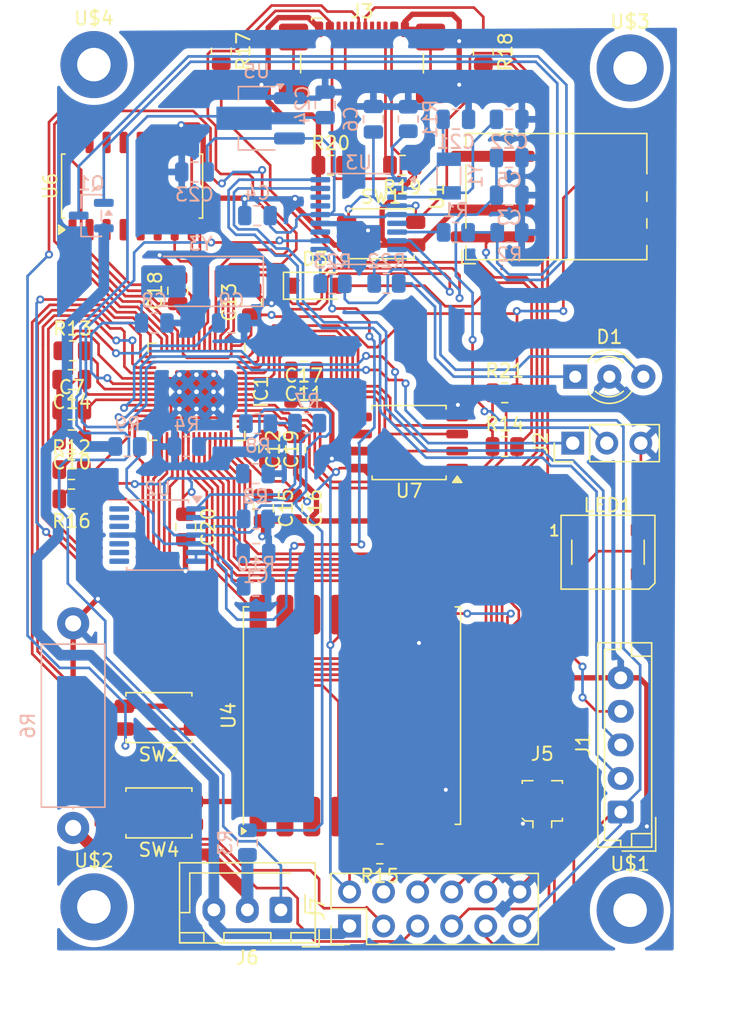
<source format=kicad_pcb>
(kicad_pcb (version 20241229) (generator "pcbnew") (generator_version "9.0")
  (layers (0 "F.Cu" signal) (2 "B.Cu" signal) (13 "F.Paste" user) (15 "B.Paste" user) (5 "F.SilkS" user "F.Silkscreen") (7 "B.SilkS" user "B.Silkscreen") (1 "F.Mask" user) (3 "B.Mask" user) (25 "Edge.Cuts" user))
  (net 0 "")
  (net 1 "GND")
  (net 2 "Net-(Q1-G)")
  (net 3 "Net-(J3-D+-PadA6)")
  (net 4 "+9V")
  (net 5 "Net-(J3-CC2)")
  (net 6 "1.2V")
  (net 7 "+3V3")
  (net 8 "/rp2040/RFM_IO5")
  (net 9 "Net-(C9-Pad2)")
  (net 10 "/rp2040/SWDIO")
  (net 11 "/rp2040/MISO")
  (net 12 "/rp2040/SWCLK")
  (net 13 "/rp2040/QSPI_SCK")
  (net 14 "/rp2040/RFM_RST")
  (net 15 "Net-(IC1-XOUT)")
  (net 16 "/rp2040/D4")
  (net 17 "VBUS")
  (net 18 "/rp2040/RFM_IO3")
  (net 19 "/rp2040/QSPI_CS")
  (net 20 "/rp2040/MOSI")
  (net 21 "/rp2040/SCK")
  (net 22 "/rp2040/D-")
  (net 23 "/rp2040/RFM_IO2")
  (net 24 "Net-(IC1-XIN)")
  (net 25 "/rp2040/~{RESET}")
  (net 26 "/rp2040/RFM_IO1")
  (net 27 "/rp2040/RFM_IO0")
  (net 28 "/rp2040/RX")
  (net 29 "/rp2040/RFM_CS")
  (net 30 "/rp2040/D+")
  (net 31 "/rp2040/RFM_IO4")
  (net 32 "/rp2040/TX")
  (net 33 "/rp2040/USBBOOT")
  (net 34 "Net-(J1-Pin_2)")
  (net 35 "/pmu/NRST")
  (net 36 "Net-(J1-Pin_3)")
  (net 37 "Net-(Q1-D)")
  (net 39 "Net-(J3-D--PadA7)")
  (net 44 "/rp2040/MT25_DQ2")
  (net 47 "Net-(J3-CC1)")
  (net 48 "Net-(U3-PC14-OSC32_IN)")
  (net 49 "Net-(U3-PC15-OSC32_OUT)")
  (net 51 "GNDPWR")
  (net 52 "Net-(U2A-+)")
  (net 53 "Net-(U2A--)")
  (net 54 "Net-(R7-Pad2)")
  (net 55 "Net-(U2B-+)")
  (net 56 "Net-(U3-PB9-BOOT0)")
  (net 57 "Net-(D1-A1)")
  (net 58 "Net-(D1-A2)")
  (net 65 "/pmu/MEAS_V")
  (net 70 "/rp2040/MT25_SCK")
  (net 71 "/rp2040/MT25_CS")
  (net 72 "/rp2040/MT25_DQ1")
  (net 73 "/rp2040/MT25_RESET")
  (net 74 "/rp2040/MT25_DQ3")
  (net 75 "/rp2040/MT25_DQ0")
  (net 76 "/rp2040/VALVE_4")
  (net 77 "/rp2040/MOTOR_HI_1")
  (net 78 "/rp2040/MOTOR_LO_1")
  (net 79 "/rp2040/VALVE_3")
  (net 80 "/rp2040/MOTOR_HI_2")
  (net 81 "/rp2040/VALVE_2")
  (net 82 "/rp2040/MOTOR_LO_2")
  (net 83 "/rp2040/VALVE_1")
  (net 91 "Net-(D3-A)")
  (net 92 "/rp2040/QSPI_D0")
  (net 93 "/rp2040/QSPI_D2")
  (net 94 "/rp2040/QSPI_D1")
  (net 95 "/rp2040/QSPI_D3")
  (net 96 "unconnected-(SW4-Pad1)")
  (net 97 "Net-(J5-In)")
  (net 98 "Net-(U3-PA5)")
  (net 99 "Net-(U3-PA4)")
  (net 100 "VDD")
  (net 101 "/pmu/3V3_POWER_ON")
  (net 102 "Net-(J6-Pin_1)")
  (net 103 "/pmu/MEAS_CURRENT")
  (footprint "Capacitor_SMD:C_0805_2012Metric" (layer "F.Cu") (at 15.1 44.708 180)
    (property "Reference" "C10")
    (property "Value" "1uF")
  )
  (footprint "LED_SMD:LED_WS2812B_PLCC4_5.0x5.0mm_P3.2mm" (layer "F.Cu") (at 55.1 53.0775)
    (property "Reference" "LED1")
    (property "Value" "WS2812B_SK6805_1515")
  )
  (footprint "Capacitor_SMD:C_0805_2012Metric" (layer "F.Cu") (at 29.4 49.8025 -90)
    (property "Reference" "C15")
    (property "Value" "0.1uF")
  )
  (footprint "Capacitor_SMD:C_0805_2012Metric" (layer "F.Cu") (at 23 33.6 90)
    (property "Reference" "C18")
    (property "Value" "0.1uF")
  )
  (footprint "MountingHole:MountingHole_2.5mm_Pad" (layer "F.Cu") (at 56.75 17)
    (property "Reference" "U$3")
    (property "Value" "MOUNTINGHOLE2.5")
  )
  (footprint "RF_Module:HOPERF_RFM9XW_SMD" (layer "F.Cu") (at 36 65.25 90)
    (property "Reference" "U4")
    (property "Value" "RFM95W-915S2")
  )
  (footprint "MountingHole:MountingHole_2.5mm_Pad" (layer "F.Cu") (at 16.75 79.5)
    (property "Reference" "U$2")
    (property "Value" "MOUNTINGHOLE2.5")
  )
  (footprint "RP2040:RP2040-QFN-56" (layer "F.Cu") (at 24.4 41.125 -90)
    (property "Reference" "IC1")
    (property "Value" "RP2040_QFN56")
  )
  (footprint "Connector_JST:JST_XH_B3B-XH-AM_1x03_P2.50mm_Vertical" (layer "F.Cu") (at 30.7 79.725 180)
    (property "Reference" "J6")
    (property "Value" "Conn_01x03_Pin")
  )
  (footprint "Resistor_SMD:R_0805_2012Metric" (layer "F.Cu") (at 15.1575 38.07)
    (property "Reference" "R13")
    (property "Value" "1k")
  )
  (footprint "LED_THT:LED_D3.0mm-3" (layer "F.Cu") (at 52.66 40)
    (property "Reference" "D1")
    (property "Value" "LED_Dual_AKA")
  )
  (footprint "Capacitor_SMD:C_0805_2012Metric" (layer "F.Cu") (at 31.55 49.8 -90)
    (property "Reference" "C16")
    (property "Value" "1uF")
  )
  (footprint "Connector_PinHeader_2.54mm:PinHeader_2x06_P2.54mm_Vertical" (layer "F.Cu") (at 35.82 80.925 90)
    (property "Reference" "J7")
    (property "Value" "Conn_02x06_Odd_Even")
  )
  (footprint "Button_Switch_SMD:SW_SPST_EVQP2_MiddlePushTravel_H2.5mm" (layer "F.Cu") (at 21.6 72.5 180)
    (property "Reference" "SW4")
    (property "Value" "RESET")
  )
  (footprint "MountingHole:MountingHole_2.5mm_Pad" (layer "F.Cu") (at 16.75 16.75)
    (property "Reference" "U$4")
    (property "Value" "MOUNTINGHOLE2.5")
  )
  (footprint "Connector_USB:USB_C_Receptacle_GCT_USB4110" (layer "F.Cu") (at 36.75 17.8)
    (property "Reference" "J3")
    (property "Value" "USB_C_Receptacle_USB2.0_16P")
  )
  (footprint "Capacitor_SMD:C_0805_2012Metric" (layer "F.Cu") (at 32.4 41.6)
    (property "Reference" "C17")
    (property "Value" "0.1uF")
  )
  (footprint "Connector_Coaxial:U.FL_Molex_MCRF_73412-0110_Vertical" (layer "F.Cu") (at 50.2 71.6 180)
    (property "Reference" "J5")
    (property "Value" "U.FL")
  )
  (footprint "Resistor_SMD:R_0805_2012Metric" (layer "F.Cu") (at 45.8 15.8 -90)
    (property "Reference" "R18")
    (property "Value" "22 ohm")
  )
  (footprint "Resistor_SMD:R_0805_2012Metric" (layer "F.Cu") (at 39.75 24.25 180)
    (property "Reference" "R19")
    (property "Value" "5.1K")
  )
  (footprint "Converter_DCDC:Converter_DCDC_TRACO_TDN_5-xxxxWISM_SMD" (layer "F.Cu") (at 51.25 26.58375 90)
    (property "Reference" "U1")
    (property "Value" "TDN_5-0910WISM")
  )
  (footprint "Capacitor_SMD:C_0805_2012Metric" (layer "F.Cu") (at 31.8 45.4 90)
    (property "Reference" "C12")
    (property "Value" "0.1uF")
  )
  (footprint "Package_SO:SOIC-8_5.3x5.3mm_P1.27mm" (layer "F.Cu") (at 40.2625 44.9075 180)
    (property "Reference" "U7")
    (property "Value" "W25Q16JVSS")
  )
  (footprint "Connector_PinHeader_2.54mm:PinHeader_1x03_P2.54mm_Vertical" (layer "F.Cu") (at 52.47 44.95125 90)
    (property "Reference" "J2")
    (property "Value" "Conn_01x03")
  )
  (footprint "Capacitor_SMD:C_0805_2012Metric" (layer "F.Cu") (at 32.4 39.6 180)
    (property "Reference" "C11")
    (property "Value" "0.1uF")
  )
  (footprint "Capacitor_SMD:C_0805_2012Metric" (layer "F.Cu") (at 28.525 34.45 90)
    (property "Reference" "C13")
    (property "Value" "1uF")
  )
  (footprint "Connector_JST:JST_EH_B5B-EH-A_1x05_P2.50mm_Vertical" (layer "F.Cu") (at 56.05 72.43375 90)
    (property "Reference" "J1")
    (property "Value" "Conn_01x05_Pin")
  )
  (footprint "Button_Switch_SMD:SW_SPST_EVQP2_MiddlePushTravel_H2.5mm" (layer "F.Cu") (at 21.6 65.4 180)
    (property "Reference" "SW2")
    (property "Value" "BOOT")
  )
  (footprint "MountingHole:MountingHole_2.5mm_Pad" (layer "F.Cu") (at 56.75 79.75)
    (property "Reference" "U$1")
    (property "Value" "MOUNTINGHOLE2.5")
  )
  (footprint "Capacitor_SMD:C_0805_2012Metric" (layer "F.Cu") (at 15.1 40.216 180)
    (property "Reference" "C14")
    (property "Value" "1uF")
  )
  (footprint "Resistor_SMD:R_0805_2012Metric" (layer "F.Cu") (at 47.4 41.2)
    (property "Reference" "R21")
    (property "Value" "10K")
  )
  (footprint "Resistor_SMD:R_0805_2012Metric" (layer "F.Cu") (at 26.25 15.75 -90)
    (property "Reference" "R17")
    (property "Value" "22 ohm")
  )
  (footprint "Button_Switch_SMD:SW_SPST_EVQP2_MiddlePushTravel_H2.5mm" (layer "F.Cu") (at 38.175 29.35)
    (property "Reference" "SW1")
    (property "Value" "STM_RESET")
  )
  (footprint "Resistor_SMD:R_0805_2012Metric" (layer "F.Cu") (at 38.075 75.55 180)
    (property "Reference" "R15")
    (property "Value" "10K")
  )
  (footprint "Resistor_SMD:R_0805_2012Metric" (layer "F.Cu") (at 47.4 45.2)
    (property "Reference" "R14")
    (property "Value" "1K")
  )
  (footprint "Resistor_SMD:R_0805_2012Metric" (layer "F.Cu") (at 15.08 49.11 180)
    (property "Reference" "R16")
    (property "Value" "10K")
  )
  (footprint "Package_SO:SOP-16_4.55x10.3mm_P1.27mm" (layer "F.Cu") (at 19.6 25.8 90)
    (property "Reference" "U6")
    (property "Value" "MT25QL01GBBB8ESF-0SIT")
  )
  (footprint "Capacitor_SMD:C_0805_2012Metric" (layer "F.Cu") (at 23.6 51.2 -90)
    (property "Reference" "C20")
    (property "Value" "1uF")
  )
  (footprint "Capacitor_SMD:C_0805_2012Metric" (layer "F.Cu") (at 15.1 42.462)
    (property "Reference" "C7")
    (property "Value" "0.1uF")
  )
  (footprint "Capacitor_SMD:C_0805_2012Metric" (layer "F.Cu") (at 29.8 45.4 -90)
    (property "Reference" "C19")
    (property "Value" "0.1uF")
  )
  (footprint "Resistor_SMD:R_0805_2012Metric" (layer "F.Cu") (at 15.08 46.924)
    (property "Reference" "R12")
    (property "Value" "10K")
  )
  (footprint "Resistor_SMD:R_0805_2012Metric" (layer "F.Cu") (at 34.4125 24.25)
    (property "Reference" "R20")
    (property "Value" "5.1K")
  )
  (footprint "Diode_SMD:D_SOD-123" (layer "F.Cu") (at 33.25 33.225)
    (property "Reference" "D3")
    (property "Value" "1N4148W")
  )
  (footprint "Resistor_SMD:R_0805_2012Metric" (layer "B.Cu") (at 29 43.5)
    (property "Reference" "R8")
    (property "Value" "1k")
  )
  (footprint "Resistor_SMD:R_0805_2012Metric" (layer "B.Cu") (at 38.575 33.05 180)
    (property "Reference" "R22")
    (property "Value" "150")
  )
  (footprint "Capacitor_SMD:C_0805_2012Metric" (layer "B.Cu") (at 43.75 20.825)
    (property "Reference" "C21")
    (property "Value" "10pF")
  )
  (footprint "Package_SO:TSSOP-20_4.4x6.5mm_P0.65mm" (layer "B.Cu") (at 36.5 28.25 180)
    (property "Reference" "U3")
    (property "Value" "STM32L031F6P6TR")
  )
  (footprint "Crystal:Crystal_SMD_Abracon_ABM3-2Pin_5.0x3.2mm_HandSoldering" (layer "B.Cu") (at 24.7 32.9 180)
    (property "Reference" "Y3")
    (property "Value" "Crystal")
  )
  (footprint "Capacitor_SMD:C_0805_2012Metric" (layer "B.Cu") (at 47.73 23.676667)
    (property "Reference" "C5")
    (property "Value" "100nF")
  )
  (footprint "Capacitor_SMD:C_0805_2012Metric" (layer "B.Cu") (at 28.84 53.17)
    (property "Reference" "C1")
    (property "Value" "10uF")
  )
  (footprint "Package_SO:TSSOP-14_4.4x5mm_P0.65mm" (layer "B.Cu") (at 21.5 51.8 180)
    (property "Reference" "U2")
    (property "Value" "Opamp_Quad")
  )
  (footprint "Resistor_SMD:R_0805_2012Metric" (layer "B.Cu") (at 28.83 55.61 180)
    (property "Reference" "R10")
    (property "Value" "8.2k")
  )
  (footprint "Capacitor_SMD:C_0805_2012Metric" (layer "B.Cu") (at 47.725 20.825)
    (property "Reference" "C22")
    (property "Value" "10pF")
  )
  (footprint "Capacitor_SMD:C_0805_2012Metric" (layer "B.Cu") (at 21.25 36 180)
    (property "Reference" "C8")
    (property "Value" "22pF")
  )
  (footprint "Resistor_SMD:R_0805_2012Metric" (layer "B.Cu") (at 43.75 29.25 180)
    (property "Reference" "R1")
    (property "Value" "100")
  )
  (footprint "Resistor_SMD:R_0805_2012Metric" (layer "B.Cu") (at 32.66 43.46 180)
    (property "Reference" "R7")
    (property "Value" "10k")
  )
  (footprint "Resistor_SMD:R_0805_2012Metric" (layer "B.Cu") (at 19.26 45.2 180)
    (property "Reference" "R9")
    (property "Value" "20k")
  )
  (footprint "Package_TO_SOT_SMD:SOT-23" (layer "B.Cu") (at 16.55 28 180)
    (property "Reference" "Q1")
    (property "Value" "DMN3300U")
  )
  (footprint "Crystal:Crystal_SMD_3215-2Pin_3.2x1.5mm" (layer "B.Cu") (at 43.225 25.0525 90)
    (property "Reference" "Y1")
    (property "Value" "Crystal")
  )
  (footprint "Resistor_SMD:R_0805_2012Metric" (layer "B.Cu") (at 23.67 45.2 180)
    (property "Reference" "R4")
    (property "Value" "100")
  )
  (footprint "Package_TO_SOT_SMD:SOT-89-3_Handsoldering" (layer "B.Cu") (at 28.8875 20.75 180)
    (property "Reference" "U5")
    (property "Value" "MCP1700x-120xxMB")
  )
  (footprint "Capacitor_SMD:C_0805_2012Metric" (layer "B.Cu") (at 24.25 24.75)
    (property "Reference" "C23")
    (property "Value" "1uF")
  )
  (footprint "Capacitor_SMD:C_0805_2012Metric" (layer "B.Cu") (at 28.8 47.225)
    (property "Reference" "C2")
    (property "Value" "10uF")
  )
  (footprint "Resistor_SMD:R_0805_2012Metric" (layer "B.Cu") (at 34.55 33.075 180)
    (property "Reference" "R23")
    (property "Value" "150")
  )
  (footprint "Resistor_SMD:R_0805_2012Metric" (layer "B.Cu") (at 28.2 74.71 -90)
    (property "Reference" "R3")
    (property "Value" "1k")
  )
  (footprint "Capacitor_SMD:C_0805_2012Metric" (layer "B.Cu") (at 37.6 20.82 -90)
    (property "Reference" "C6")
    (property "Value" "100nF")
  )
  (footprint "Resistor_SMD:R_0805_2012Metric" (layer "B.Cu") (at 40.2 20.8 90)
    (property "Reference" "R11")
    (property "Value" "10k")
  )
  (footprint "Capacitor_SMD:C_0805_2012Metric" (layer "B.Cu") (at 47.73 26.478333)
    (property "Reference" "C3")
    (property "Value" "4.7uF")
  )
  (footprint "Resistor_SMD:R_0805_2012Metric" (layer "B.Cu") (at 28.825 50.6 180)
    (property "Reference" "R5")
    (property "Value" "1k")
  )
  (footprint "Resistor_SMD:R_0805_2012Metric" (layer "B.Cu") (at 47.75 29.25)
    (property "Reference" "R2")
    (property "Value" "10k")
  )
  (footprint "Resistor_THT:R_Axial_DIN0414_L11.9mm_D4.5mm_P15.24mm_Horizontal" (layer "B.Cu") (at 15.2 58.38 -90)
    (property "Reference" "R6")
    (property "Value" "0.1")
  )
  (footprint "Capacitor_SMD:C_0805_2012Metric" (layer "B.Cu") (at 34 19.75 -90)
    (property "Reference" "C24")
    (property "Value" "1uF")
  )
  (footprint "Capacitor_SMD:C_0805_2012Metric" (layer "B.Cu") (at 28.95 28 180)
    (property "Reference" "C4")
    (property "Value" "100nF")
  )
  (footprint "Capacitor_SMD:C_0805_2012Metric" (layer "B.Cu") (at 27 36 180)
    (property "Reference" "C9")
    (property "Value" "22pF")
  )
  (segment (start 47.17 31.76) (end 47.17 31.96) (width 0.2) (layer "F.Cu") (net 0))
  (segment (start 30.5 13.25) (end 29.75 14) (width 0.4) (layer "F.Cu") (net 1))
  (segment (start 33.351 50.099) (end 32.7 50.75) (width 0.4) (layer "F.Cu") (net 1))
  (segment (start 33.351 48.851) (end 33.351 50.099) (width 0.4) (layer "F.Cu") (net 1))
  (segment (start 43.9 42.9525) (end 43.85 43.0025) (width 0.4) (layer "F.Cu") (net 1))
  (segment (start 35.6 30.2) (end 38.75 30.2) (width 0.4) (layer "F.Cu") (net 1))
  (segment (start 48.725 71.6) (end 49.6 71.6) (width 0.4) (layer "F.Cu") (net 1))
  (segment (start 29.4 51.8) (end 29.3 51.9) (width 0.4) (layer "F.Cu") (net 1))
  (segment (start 50.2 72.2) (end 49.6 71.6) (width 0.4) (layer "F.Cu") (net 1))
  (segment (start 27.95 26.7) (end 26 26.7) (width 0.4) (layer "F.Cu") (net 1))
  (segment (start 32.7 50.75) (end 45.19272 50.75) (width 0.4) (layer "F.Cu") (net 1))
  (segment (start 21.075 71.65) (end 27.875 71.65) (width 0.4) (layer "F.Cu") (net 1))
  (segment (start 14.15 42.462) (end 14.15 44.708) (width 0.4) (layer "F.Cu") (net 1))
  (segment (start 39.95 14.12) (end 41.285 14.12) (width 0.4) (layer "F.Cu") (net 1))
  (segment (start 43 70.775) (end 43 72.775) (width 0.4) (layer "F.Cu") (net 1))
  (segment (start 41.285 14.12) (end 41.86 14.695) (width 0.4) (layer "F.Cu") (net 1))
  (segment (start 22.775 21.750001) (end 23.262501 21.262501) (width 0.4) (layer "F.Cu") (net 1))
  (segment (start 27.875 71.65) (end 29 72.775) (width 0.4) (layer "F.Cu") (net 1))
  (segment (start 33.5 21) (end 33.5 24.25) (width 0.4) (layer "F.Cu") (net 1))
  (segment (start 29.8 46.35) (end 31.8 46.35) (width 0.4) (layer "F.Cu") (net 1))
  (segment (start 41.05 30.2) (end 40.75 30.2) (width 0.4) (layer "F.Cu") (net 1))
  (segment (start 24.5 21.25) (end 23.275001 21.25) (width 0.4) (layer "F.Cu") (net 1))
  (segment (start 31.55 50.75) (end 32.7 50.75) (width 0.4) (layer "F.Cu") (net 1))
  (segment (start 58 63) (end 57.43375 62.43375) (width 0.4) (layer "F.Cu") (net 1))
  (segment (start 31.75 27.24148) (end 31.75 26.75) (width 0.4) (layer "F.Cu") (net 1))
  (segment (start 33 20.5) (end 33.5 21) (width 0.4) (layer "F.Cu") (net 1))
  (segment (start 26 26.7) (end 24.9 25.6) (width 0.4) (layer "F.Cu") (net 1))
  (segment (start 17.8 71) (end 17.8 65) (width 0.4) (layer "F.Cu") (net 1))
  (segment (start 41 57.725) (end 41 59.84) (width 0.4) (layer "F.Cu") (net 1))
  (segment (start 43.66625 27.58375) (end 41.05 30.2) (width 0.4) (layer "F.Cu") (net 1))
  (segment (start 23.58 54.49) (end 23.58 52.17) (width 0.4) (layer "F.Cu") (net 1))
  (segment (start 40.98 59.84) (end 40.97 59.83) (width 0.4) (layer "F.Cu") (net 1))
  (segment (start 44 15) (end 44 18.25) (width 0.4) (layer "F.Cu") (net 1))
  (segment (start 41.86 18.625) (end 41.86 14.695) (width 0.2) (layer "F.Cu") (net 1))
  (segment (start 14.15 42.462) (end 14.15 40.216) (width 0.4) (layer "F.Cu") (net 1))
  (segment (start 34.5 46.1) (end 34.5 42.75) (width 0.4) (layer "F.Cu") (net 1))
  (segment (start 33.55 14.12) (end 33.55 14.05) (width 0.4) (layer "F.Cu") (net 1))
  (segment (start 48.725 71.6) (end 48.725 73.275) (width 0.4) (layer "F.Cu") (net 1))
  (segment (start 23 32.3) (end 21.65 30.95) (width 0.4) (layer "F.Cu") (net 1))
  (segment (start 39.95 14.12) (end 39.95 13.55) (width 0.4) (layer "F.Cu") (net 1))
  (segment (start 33.55 14.05) (end 32.75 13.25) (width 0.4) (layer "F.Cu") (net 1))
  (segment (start 17.8 65) (end 17.8 64.8) (width 0.4) (layer "F.Cu") (net 1))
  (segment (start 57.55 51.4275) (end 57.55 44.95125) (width 0.2) (layer "F.Cu") (net 1))
  (segment (start 16.53016 36.999) (end 15.53484 36.999) (width 0.2) (layer "F.Cu") (net 1))
  (segment (start 19.025 64.55) (end 24.175 64.55) (width 0.4) (layer "F.Cu") (net 1))
  (segment (start 23.56 52.15) (end 23.51 52.2) (width 0.4) (layer "F.Cu") (net 1))
  (segment (start 57.43375 62.43375) (end 56.05 62.43375) (width 0.4) (layer "F.Cu") (net 1))
  (segment (start 30 34.522792) (end 29.547792 34.522792) (width 0.4) (layer "F.Cu") (net 1))
  (segment (start 35.6 30.2) (end 34.70852 30.2) (width 0.4) (layer "F.Cu") (net 1))
  (segment (start 17.09905 37.56789) (end 16.53016 36.999) (width 0.2) (layer "F.Cu") (net 1))
  (segment (start 18.8731 40.125) (end 17.09905 38.35095) (width 0.2) (layer "F.Cu") (net 1))
  (segment (start 48.725 73.275) (end 48.75 73.3) (width 0.4) (layer "F.Cu") (net 1))
  (segment (start 18.05 64.55) (end 19.025 64.55) (width 0.4) (layer "F.Cu") (net 1))
  (segment (start 56.05 62.43375) (end 51.13375 62.43375) (width 0.4) (layer "F.Cu") (net 1))
  (segment (start 38.75 30.2) (end 40.75 30.2) (width 0.4) (layer "F.Cu") (net 1))
  (segment (start 18.45 71.65) (end 17.8 71) (width 0.4) (layer "F.Cu") (net 1))
  (segment (start 31.55 50.75) (end 29.4025 50.75) (width 0.4) (layer "F.Cu") (net 1))
  (segment (start 23.4 40.125) (end 24.4 41.125) (width 0.2) (layer "F.Cu") (net 1))
  (segment (start 30.75 20.5) (end 33 20.5) (width 0.4) (layer "F.Cu") (net 1))
  (segment (start 24.9 25.6) (end 24.9 21.65) (width 0.4) (layer "F.Cu") (net 1))
  (segment (start 37.2 29.1) (end 37.65 29.1) (width 0.4) (layer "F.Cu") (net 1))
  (segment (start 34.70852 30.2) (end 33.5 28.99148) (width 0.4) (layer "F.Cu") (net 1))
  (segment (start 29.4 50.7525) (end 29.4 51.8) (width 0.4) (layer "F.Cu") (net 1))
  (segment (start 31.8 47.3) (end 33.351 48.851) (width 0.4) (layer "F.Cu") (net 1))
  (segment (start 15.53484 36.999) (end 15.1 37.43384) (width 0.2) (layer "F.Cu") (net 1))
  (segment (start 29.75 19.5) (end 29.75 15.25) (width 0.4) (layer "F.Cu") (net 1))
  (segment (start 40.6625 25.0875) (end 38.25 27.5) (width 0.4) (layer "F.Cu") (net 1))
  (segment (start 31.64 14.695) (end 31.64 18.625) (width 0.2) (layer "F.Cu") (net 1))
  (segment (start 50.2 76.48) (end 50.2 73.1) (width 0.4) (layer "F.Cu") (net 1))
  (segment (start 23.275001 21.25) (end 23.262501 21.262501) (width 0.4) (layer "F.Cu") (net 1))
  (segment (start 31.8 46.35) (end 31.6 46.35) (width 0.4) (layer "F.Cu") (net 1))
  (segment (start 31.8 46.35) (end 31.8 47.3) (width 0.4) (layer "F.Cu") (net 1))
  (segment (start 15.1 37.43384) (end 15.1 39.75) (width 0.2) (layer "F.Cu") (net 1))
  (segment (start 19.025 71.65) (end 18.45 71.65) (width 0.4) (layer "F.Cu") (net 1))
  (segment (start 19.025 71.65) (end 24.175 71.65) (width 0.4) (layer "F.Cu") (net 1))
  (segment (start 43.5 13) (end 44 13.5) (width 0.4) (layer "F.Cu") (net 1))
  (segment (start 29.25 18.25) (end 29.75 18.25) (width 0.4) (layer "F.Cu") (net 1))
  (segment (start 43.9 42.1) (end 43.9 42.9525) (width 0.4) (layer "F.Cu") (net 1))
  (segment (start 41 59.84) (end 40.98 59.84) (width 0.4) (layer "F.Cu") (net 1))
  (segment (start 22.775 22.55) (end 22.775 21.750001) (width 0.4) (layer "F.Cu") (net 1))
  (segment (start 51.13375 62.43375) (end 49.4 60.7) (width 0.4) (layer "F.Cu") (net 1))
  (segment (start 29.75 15.25) (end 30.305 14.695) (width 0.4) (layer "F.Cu") (net 1))
  (segment (start 44 13.5) (end 44 15) (width 0.4) (layer "F.Cu") (net 1))
  (segment (start 58 73.5) (end 58 63) (width 0.4) (layer "F.Cu") (net 1))
  (segment (start 29.4025 50.75) (end 29.4 50.7525) (width 0.4) (layer "F.Cu") (net 1))
  (segment (start 17.09905 38.35095) (end 17.09905 37.56789) (width 0.2) (layer "F.Cu") (net 1))
  (segment (start 17.03 56.55) (end 17.05 56.55) (width 0.4) (layer "F.Cu") (net 1))
  (segment (start 24.9 21.65) (end 24.5 21.25) (width 0.4) (layer "F.Cu") (net 1))
  (segment (start 32.75 13.25) (end 30.5 13.25) (width 0.4) (layer "F.Cu") (net 1))
  (segment (start 49.4 54.95728) (end 49.4 60.7) (width 0.4) (layer "F.Cu") (net 1))
  (segment (start 34.5 42.75) (end 33.35 41.6) (width 0.4) (layer "F.Cu") (net 1))
  (segment (start 23.6 52.15) (end 23.56 52.15) (width 0.4) (layer "F.Cu") (net 1))
  (segment (start 46.5 27.58375) (end 43.66625 27.58375) (width 0.4) (layer "F.Cu") (net 1))
  (segment (start 15.2 58.38) (end 15.2 62.4) (width 0.4) (layer "F.Cu") (net 1))
  (segment (start 29.547792 34.522792) (end 28.525 33.5) (width 0.4) (layer "F.Cu") (net 1))
  (segment (start 20.9625 40.125) (end 23.4 40.125) (width 0.2) (layer "F.Cu") (net 1))
  (segment (start 45.19272 50.75) (end 49.4 54.95728) (width 0.4) (layer "F.Cu") (net 1))
  (segment (start 39.95 13.55) (end 40.5 13) (width 0.4) (layer "F.Cu") (net 1))
  (segment (start 29.75 19.5) (end 30.75 20.5) (width 0.4) (layer "F.Cu") (net 1))
  (segment (start 29.75 14) (end 29.75 15.25) (width 0.4) (layer "F.Cu") (net 1))
  (segment (start 29.75 18.25) (end 29.75 19.5) (width 0.4) (layer "F.Cu") (net 1))
  (segment (start 14.634 40.216) (end 14.15 40.216) (width 0.2) (layer "F.Cu") (net 1))
  (segment (start 20.9625 40.125) (end 18.8731 40.125) (width 0.2) (layer "F.Cu") (net 1))
  (segment (start 23 32.65) (end 23 32.3) (width 0.4) (layer "F.Cu") (net 1))
  (segment (start 40.6625 24.25) (end 40.6625 25.0875) (width 0.4) (layer "F.Cu") (net 1))
  (segment (start 15.2 58.38) (end 17.03 56.55) (width 0.4) (layer "F.Cu") (net 1))
  (segment (start 38.25 29.7) (end 38.75 30.2) (width 0.4) (layer "F.Cu") (net 1))
  (segment (start 15.2 62.4) (end 17.8 65) (width 0.4) (layer "F.Cu") (net 1))
  (segment (start 48.93 77.75) (end 50.2 76.48) (width 0.4) (layer "F.Cu") (net 1))
  (segment (start 15.1 39.75) (end 14.634 40.216) (width 0.2) (layer "F.Cu") (net 1))
  (segment (start 17.8 64.8) (end 18.05 64.55) (width 0.4) (layer "F.Cu") (net 1))
  (segment (start 49.6 71.6) (end 51.675 71.6) (width 0.4) (layer "F.Cu") (net 1))
  (segment (start 37.65 29.1) (end 38.25 29.7) (width 0.4) (layer "F.Cu") (net 1))
  (segment (start 38.25 27.5) (end 38.25 29.7) (width 0.4) (layer "F.Cu") (net 1))
  (segment (start 31.6 46.35) (end 30.75 45.5) (width 0.4) (layer "F.Cu") (net 1))
  (segment (start 40.5 13) (end 43.5 13) (width 0.4) (layer "F.Cu") (net 1))
  (segment (start 33.35 39.6) (end 33.35 41.6) (width 0.4) (layer "F.Cu") (net 1))
  (segment (start 33.5 28.99148) (end 31.75 27.24148) (width 0.4) (layer "F.Cu") (net 1))
  (segment (start 50.2 73.1) (end 50.2 72.2) (width 0.4) (layer "F.Cu") (net 1))
  (segment (start 28 26.75) (end 27.95 26.7) (width 0.4) (layer "F.Cu") (net 1))
  (segment (start 33.5 24.25) (end 33.5 28.99148) (width 0.4) (layer "F.Cu") (net 1))
  (segment (start 23.58 52.17) (end 23.6 52.15) (width 0.4) (layer "F.Cu") (net 1))
  (segment (start 30.305 14.695) (end 31.64 14.695) (width 0.4) (layer "F.Cu") (net 1))
  (via (at 23.262501 21.262501) (size 0.6) (drill 0.3) (layers "F.Cu" "B.Cu") (net 1))
  (via (at 41 59.84) (size 0.6) (drill 0.3) (layers "F.Cu" "B.Cu") (net 1))
  (via (at 58 73.5) (size 0.6) (drill 0.3) (layers "F.Cu" "B.Cu") (net 1))
  (via (at 48.75 73.3) (size 0.6) (drill 0.3) (layers "F.Cu" "B.Cu") (net 1))
  (via (at 43 70.775) (size 0.6) (drill 0.3) (layers "F.Cu" "B.Cu") (net 1))
  (via (at 34.5 46.1) (size 0.6) (drill 0.3) (layers "F.Cu" "B.Cu") (net 1))
  (via (at 43.9 42.1) (size 0.6) (drill 0.3) (layers "F.Cu" "B.Cu") (net 1))
  (via (at 29.25 18.25) (size 0.6) (drill 0.3) (layers "F.Cu" "B.Cu") (net 1))
  (via (at 23.58 54.49) (size 0.6) (drill 0.3) (layers "F.Cu" "B.Cu") (net 1))
  (via (at 29.3 51.9) (size 0.6) (drill 0.3) (layers "F.Cu" "B.Cu") (net 1))
  (via (at 30.75 45.5) (size 0.6) (drill 0.3) (layers "F.Cu" "B.Cu") (net 1))
  (via (at 44 15) (size 0.6) (drill 0.3) (layers "F.Cu" "B.Cu") (net 1))
  (via (at 31.75 26.75) (size 0.6) (drill 0.3) (layers "F.Cu" "B.Cu") (net 1))
  (via (at 17.05 56.55) (size 0.6) (drill 0.3) (layers "F.Cu" "B.Cu") (net 1))
  (via (at 44 18.25) (size 0.6) (drill 0.3) (layers "F.Cu" "B.Cu") (net 1))
  (via (at 37.2 29.1) (size 0.6) (drill 0.3) (layers "F.Cu" "B.Cu") (net 1))
  (via (at 30 34.522792) (size 0.6) (drill 0.3) (layers "F.Cu" "B.Cu") (net 1))
  (via (at 21.65 30.95) (size 0.6) (drill 0.3) (layers "F.Cu" "B.Cu") (net 1))
  (via (at 28 26.75) (size 0.6) (drill 0.3) (layers "F.Cu" "B.Cu") (net 1))
  (segment (start 19.8 51.8) (end 22.49 54.49) (width 0.4) (layer "B.Cu") (net 1))
  (segment (start 18.6375 51.8) (end 19.8 51.8) (width 0.4) (layer "B.Cu") (net 1))
  (segment (start 28 26.75) (end 31.75 26.75) (width 0.4) (layer "B.Cu") (net 1))
  (segment (start 36.702 28.602) (end 37.2 29.1) (width 0.4) (layer "B.Cu") (net 1))
  (segment (start 29.7 50.6) (end 29.7375 50.6) (width 0.4) (layer "B.Cu") (net 1))
  (segment (start 28 26.75) (end 28 28) (width 0.4) (layer "B.Cu") (net 1))
  (segment (start 33.6645 28.602) (end 36.702 28.602) (width 0.4) (layer "B.Cu") (net 1))
  (segment (start 33.55 19.25) (end 34 18.8) (width 0.4) (layer "B.Cu") (net 1))
  (segment (start 31.3375 19.25) (end 33.55 19.25) (width 0.4) (layer "B.Cu") (net 1))
  (segment (start 22.49 54.49) (end 23.58 54.49) (width 0.4) (layer "B.Cu") (net 1))
  (segment (start 33.6375 28.575) (end 33.6645 28.602) (width 0.4) (layer "B.Cu") (net 1))
  (segment (start 50.15 32.39) (end 47.71 32.39) (width 0.2) (layer "B.Cu") (net 2))
  (segment (start 49.71 16.54) (end 51.32 18.15) (width 0.2) (layer "B.Cu") (net 2))
  (segment (start 51.32 18.15) (end 51.32 31.22) (width 0.2) (layer "B.Cu") (net 2))
  (segment (start 17.4875 23.0125) (end 23.96 16.54) (width 0.2) (layer "B.Cu") (net 2))
  (segment (start 51.32 31.22) (end 50.15 32.39) (width 0.2) (layer "B.Cu") (net 2))
  (segment (start 47.71 32.39) (end 46.8375 31.5175) (width 0.2) (layer "B.Cu") (net 2))
  (segment (start 46.8375 29.25) (end 44.6625 29.25) (width 0.2) (layer "B.Cu") (net 2))
  (segment (start 46.8375 31.5175) (end 46.8375 29.25) (width 0.2) (layer "B.Cu") (net 2))
  (segment (start 17.4875 27.05) (end 17.4875 23.0125) (width 0.2) (layer "B.Cu") (net 2))
  (segment (start 23.96 16.54) (end 49.71 16.54) (width 0.2) (layer "B.Cu") (net 2))
  (segment (start 34.172099 12.8) (end 33.721099 12.349) (width 0.2) (layer "F.Cu") (net 3))
  (segment (start 30 12.349) (end 27.5115 14.8375) (width 0.2) (layer "F.Cu") (net 3))
  (segment (start 33.721099 12.349) (end 30 12.349) (width 0.2) (layer "F.Cu") (net 3))
  (segment (start 36 12.8) (end 34.172099 12.8) (width 0.2) (layer "F.Cu") (net 3))
  (segment (start 27.5115 14.8375) (end 26.25 14.8375) (width 0.2) (layer "F.Cu") (net 3))
  (segment (start 36.5 13.3) (end 36 12.8) (width 0.2) (layer "F.Cu") (net 3))
  (segment (start 36.5 14.12) (end 36.5 13.3) (width 0.2) (layer "F.Cu") (net 3))
  (segment (start 14.082635 51.941572) (end 14.082635 51.157635) (width 0.8) (layer "B.Cu") (net 4))
  (segment (start 14.75 36.25) (end 14.75 43.9) (width 0.8) (layer "B.Cu") (net 4))
  (segment (start 17.4875 33.4875) (end 17.5 33.5) (width 0.8) (layer "B.Cu") (net 4))
  (segment (start 25.7 79.725) (end 25.7 80.7) (width 0.8) (layer "B.Cu") (net 4))
  (segment (start 18.3475 45.2) (end 16.05 45.2) (width 0.8) (layer "B.Cu") (net 4))
  (segment (start 14.75 43.9) (end 16.05 45.2) (width 0.8) (layer "B.Cu") (net 4))
  (segment (start 12.524207 53.5) (end 14.082635 51.941572) (width 0.8) (layer "B.Cu") (net 4))
  (segment (start 14.082635 51.157635) (end 13.175 50.25) (width 0.8) (layer "B.Cu") (net 4))
  (segment (start 12.5 53.5) (end 12.524207 53.5) (width 0.8) (layer "B.Cu") (net 4))
  (segment (start 35.245 81.5) (end 35.82 80.925) (width 0.8) (layer "B.Cu") (net 4))
  (segment (start 25.7 79.725) (end 25.7 69.95) (width 0.8) (layer "B.Cu") (net 4))
  (segment (start 12.5 59) (end 12.5 53.5) (width 0.8) (layer "B.Cu") (net 4))
  (segment (start 14.25 60.75) (end 12.5 59) (width 0.8) (layer "B.Cu") (net 4))
  (segment (start 17.5 33.5) (end 14.75 36.25) (width 0.8) (layer "B.Cu") (net 4))
  (segment (start 13.175 45.475) (end 14.75 43.9) (width 0.8) (layer "B.Cu") (net 4))
  (segment (start 16.5 60.75) (end 14.25 60.75) (width 0.8) (layer "B.Cu") (net 4))
  (segment (start 25.7 80.7) (end 26.5 81.5) (width 0.8) (layer "B.Cu") (net 4))
  (segment (start 26.5 81.5) (end 35.245 81.5) (width 0.8) (layer "B.Cu") (net 4))
  (segment (start 25.7 69.95) (end 16.5 60.75) (width 0.8) (layer "B.Cu") (net 4))
  (segment (start 17.4875 28.95) (end 17.4875 33.4875) (width 0.8) (layer "B.Cu") (net 4))
  (segment (start 13.175 50.25) (end 13.175 45.475) (width 0.8) (layer "B.Cu") (net 4))
  (segment (start 38.5 23.9125) (end 38.5 14.12) (width 0.2) (layer "F.Cu") (net 5))
  (segment (start 38.8375 24.25) (end 38.5 23.9125) (width 0.2) (layer "F.Cu") (net 5))
  (segment (start 31.45 39.95) (end 30.475 40.925) (width 0.2) (layer "F.Cu") (net 6))
  (segment (start 15.9925 44.9925) (end 16.2 45.2) (width 0.2) (layer "F.Cu") (net 6))
  (segment (start 22.5 42.770314) (end 22.5 42.2) (width 0.2) (layer "F.Cu") (net 6))
  (segment (start 27.8375 42.925) (end 29.925 42.925) (width 0.2) (layer "F.Cu") (net 6))
  (segment (start 22.779686 43.05) (end 22.5 42.770314) (width 0.2) (layer "F.Cu") (net 6))
  (segment (start 16.05 42.462) (end 16.05 44.708) (width 0.2) (layer "F.Cu") (net 6))
  (segment (start 30.95 43.6) (end 31.8 44.45) (width 0.2) (layer "F.Cu") (net 6))
  (segment (start 26.95 41.05) (end 26.95 42.8) (width 0.2) (layer "F.Cu") (net 6))
  (segment (start 26.7 43.05) (end 22.779686 43.05) (width 0.2) (layer "F.Cu") (net 6))
  (segment (start 26.95 42.8) (end 27.075 42.925) (width 0.2) (layer "F.Cu") (net 6))
  (segment (start 20.9625 41.725) (end 16.9025 41.725) (width 0.2) (layer "F.Cu") (net 6))
  (segment (start 27.8375 40.925) (end 27.075 40.925) (width 0.2) (layer "F.Cu") (net 6))
  (segment (start 30.6 43.6) (end 30.95 43.6) (width 0.2) (layer "F.Cu") (net 6))
  (segment (start 27.075 40.925) (end 26.95 41.05) (width 0.2) (layer "F.Cu") (net 6))
  (segment (start 31.45 39.6) (end 31.45 39.95) (width 0.2) (layer "F.Cu") (net 6))
  (segment (start 29.925 42.925) (end 30.6 43.6) (width 0.2) (layer "F.Cu") (net 6))
  (segment (start 15.9925 44.89) (end 15.9925 44.9925) (width 0.2) (layer "F.Cu") (net 6))
  (segment (start 26.95 42.8) (end 26.7 43.05) (width 0.2) (layer "F.Cu") (net 6))
  (segment (start 27.075 42.925) (end 27.8375 42.925) (width 0.2) (layer "F.Cu") (net 6))
  (segment (start 16.9025 41.725) (end 16.05 42.5775) (width 0.2) (layer "F.Cu") (net 6))
  (segment (start 31.45 39.6) (end 31.45 40.15) (width 0.2) (layer "F.Cu") (net 6))
  (segment (start 22.025 41.725) (end 20.9625 41.725) (width 0.2) (layer "F.Cu") (net 6))
  (segment (start 22.5 42.2) (end 22.025 41.725) (width 0.2) (layer "F.Cu") (net 6))
  (segment (start 30.475 40.925) (end 27.8375 40.925) (width 0.2) (layer "F.Cu") (net 6))
  (segment (start 16.325 41.325) (end 16.05 41.05) (width 0.2) (layer "F.Cu") (net 7))
  (segment (start 28 43.8875) (end 27.8375 43.725) (width 0.2) (layer "F.Cu") (net 7))
  (segment (start 35.82 75.955) (end 36.225 75.55) (width 0.2) (layer "F.Cu") (net 7))
  (segment (start 29.65 44.1125) (end 30.15 44.1125) (width 0.2) (layer "F.Cu") (net 7))
  (segment (start 48.3125 35.1725) (end 48.25 35.11) (width 0.2) (layer "F.Cu") (net 7))
  (segment (start 29.4 48.8525) (end 28.675 48.8525) (width 0.2) (layer "F.Cu") (net 7))
  (segment (start 27 44) (end 27 44.5625) (width 0.2) (layer "F.Cu") (net 7))
  (segment (start 29.525 43.325) (end 27.8375 43.325) (width 0.2) (layer "F.Cu") (net 7))
  (segment (start 23.82 48.59) (end 23.4 49.01) (width 0.2) (layer "F.Cu") (net 7))
  (segment (start 23.7 38.6) (end 26.75 38.6) (width 0.2) (layer "F.Cu") (net 7))
  (segment (start 31.45 41.6) (end 28.8 41.6) (width 0.2) (layer "F.Cu") (net 7))
  (segment (start 34.927893 35.525293) (end 37.2026 37.8) (width 0.2) (layer "F.Cu") (net 7))
  (segment (start 28.475 36.9) (end 27.6875 37.6875) (width 0.2) (layer "F.Cu") (net 7))
  (segment (start 29.8 44.45) (end 29.8 43.6) (width 0.2) (layer "F.Cu") (net 7))
  (segment (start 31 47.8) (end 29.73884 47.8) (width 0.2) (layer "F.Cu") (net 7))
  (segment (start 30 35.4) (end 30.125293 35.525293) (width 0.2) (layer "F.Cu") (net 7))
  (segment (start 20.5661 33.599) (end 19.299 33.599) (width 0.2) (layer "F.Cu") (net 7))
  (segment (start 59.64 52.03) (end 59.64 27.377476) (width 0.2) (layer "F.Cu") (net 7))
  (segment (start 28.675 41.725) (end 28.8 41.6) (width 0.2) (layer "F.Cu") (net 7))
  (segment (start 15.4 40.2) (end 15.416 40.216) (width 0.2) (layer "F.Cu") (net 7))
  (segment (start 23.4 44) (end 23.6 43.8) (width 0.2) (layer "F.Cu") (net 7))
  (segment (start 15 46.2) (end 15 40.6) (width 0.2) (layer "F.Cu") (net 7))
  (segment (start 16.425 30.725) (end 16.425 29.05) (width 0.2) (layer "F.Cu") (net 7))
  (segment (start 35 59.38) (end 35 57.725) (width 0.2) (layer "F.Cu") (net 7))
  (segment (start 23.4 37.6875) (end 23.4 35.55) (width 0.2) (layer "F.Cu") (net 7))
  (segment (start 34.39 59.99) (end 35 59.38) (width 0.2) (layer "F.Cu") (net 7))
  (segment (start 27.6875 37.6875) (end 27 37.6875) (width 0.2) (layer "F.Cu") (net 7))
  (segment (start 27 38.35) (end 27 37.6875) (width 0.2) (layer "F.Cu") (net 7))
  (segment (start 23.4 49.01) (end 23.4 50.05) (width 0.2) (layer "F.Cu") (net 7))
  (segment (start 33.628 46.077943) (end 34.653281 47.103224) (width 0.2) (layer "F.Cu") (net 7))
  (segment (start 30 35.4) (end 27.9625 35.4) (width 0.2) (layer "F.Cu") (net 7))
  (segment (start 23.6 43.8) (end 26.8 43.8) (width 0.2) (layer "F.Cu") (net 7))
  (segment (start 26.75 38.6) (end 27 38.35) (width 0.2) (layer "F.Cu") (net 7))
  (segment (start 14.276 46.924) (end 15 46.2) (width 0.2) (layer "F.Cu") (net 7))
  (segment (start 28.404 48.5815) (end 28.404 47.0369) (width 0.2) (layer "F.Cu") (net 7))
  (segment (start 26.8 43.8) (end 27 44) (width 0.2) (layer "F.Cu") (net 7))
  (segment (start 21.5171 34.55) (end 20.5661 33.599) (width 0.2) (layer "F.Cu") (net 7))
  (segment (start 47.499 45.88516) (end 47.499 42.0135) (width 0.2) (layer "F.Cu") (net 7))
  (segment (start 23 35.15) (end 23 34.55) (width 0.2) (layer "F.Cu") (net 7))
  (segment (start 58.67 53) (end 59.64 52.03) (width 0.2) (layer "F.Cu") (net 7))
  (segment (start 48.3125 41.2) (end 48.3125 35.1725) (width 0.2) (layer "F.Cu") (net 7))
  (segment (start 37.9 37.8) (end 40.398 35.302) (width 0.2) (layer "F.Cu") (net 7))
  (segment (start 23 34.55) (end 21.5171 34.55) (width 0.2) (layer "F.Cu") (net 7))
  (segment (start 51.77 26.68875) (end 52.875 25.58375) (width 0.2) (layer "F.Cu") (net 7))
  (segment (start 24.04 48.59) (end 23.82 48.59) (width 0.2) (layer "F.Cu") (net 7))
  (segment (start 23.4 44.5625) (end 23.4 44) (width 0.2) (layer "F.Cu") (net 7))
  (segment (start 35.0925 46.8125) (end 36.675 46.8125) (width 0.2) (layer "F.Cu") (net 7))
  (segment (start 28.525 41.325) (end 27.8375 41.325) (width 0.2) (layer "F.Cu") (net 7))
  (segment (start 23.4 37.6875) (end 23.4 38.3) (width 0.2) (layer "F.Cu") (net 7))
  (segment (start 28.475 35.45) (end 28.475 36.9) (width 0.2) (layer "F.Cu") (net 7))
  (segment (start 23.4 38.3) (end 23.7 38.6) (width 0.2) (layer "F.Cu") (net 7))
  (segment (start 27.8375 41.725) (end 28.675 41.725) (width 0.2) (layer "F.Cu") (net 7))
  (segment (start 32.2 48.85) (end 32.65 49.3) (width 0.2) (layer "F.Cu") (net 7))
  (segment (start 14.1675 49.11) (end 14.1675 46.924) (width 0.2) (layer "F.Cu") (net 7))
  (segment (start 30.125293 35.525293) (end 34.927893 35.525293) (width 0.2) (layer "F.Cu") (net 7))
  (segment (start 15.416 40.216) (end 16.05 40.216) (width 0.2) (layer "F.Cu") (net 7))
  (segment (start 28.404 47.0369) (end 27 45.6329) (width 0.2) (layer "F.Cu") (net 7))
  (segment (start 35.82 78.385) (end 35.82 75.955) (width 0.2) (layer "F.Cu") (net 7))
  (segment (start 59.64 27.377476) (end 57.846274 25.58375) (width 0.2) (layer "F.Cu") (net 7))
  (segment (start 33.628 43.63264) (end 33.628 46.077943) (width 0.2) (layer "F.Cu") (net 7))
  (segment (start 36.675 46.8125) (end 37.301 47.4385) (width 0.2) (layer "F.Cu") (net 7))
  (segment (start 29.4 48.8525) (end 31.5475 48.8525) (width 0.2) (layer "F.Cu") (net 7))
  (segment (start 31.55 48.85) (end 31.55 48.35) (width 0.2) (layer "F.Cu") (net 7))
  (segment (start 30 35.4) (end 28.525 35.4) (width 0.2) (layer "F.Cu") (net 7))
  (segment (start 52.65 54.7275) (end 54.3775 53) (width 0.2) (layer "F.Cu") (net 7))
  (segment (start 23.4 35.55) (end 23 35.15) (width 0.2) (layer "F.Cu") (net 7))
  (segment (start 23.4 50.05) (end 23.6 50.25) (width 0.2) (layer "F.Cu") (net 7))
  (segment (start 36.225 75.55) (end 37.1625 75.55) (width 0.2) (layer "F.Cu") (net 7))
  (segment (start 29.8 43.6) (end 29.525 43.325) (width 0.2) (layer "F.Cu") (net 7))
  (segment (start 20.9625 41.325) (end 16.325 41.325) (width 0.2) (layer "F.Cu") (net 7))
  (segment (start 31.45 41.6) (end 31.59536 41.6) (width 0.2) (layer "F.Cu") (net 7))
  (segment (start 37.2026 37.8) (end 37.9 37.8) (width 0.2) (layer "F.Cu") (net 7))
  (segment (start 52.875 25.58375) (end 56 25.58375) (width 0.2) (layer "F.Cu") (net 7))
  (segment (start 47.499 42.0135) (end 48.3125 41.2) (width 0.2) (layer "F.Cu") (net 7))
  (segment (start 23.4 44.5625) (end 23.4 49.01) (width 0.2) (layer "F.Cu") (net 7))
  (segment (start 14.1675 46.924) (end 14.276 46.924) (width 0.2) (layer "F.Cu") (net 7))
  (segment (start 51.77 35.11) (end 51.77 26.68875) (width 0.2) (layer "F.Cu") (net 7))
  (segment (start 57.846274 25.58375) (end 56 25.58375) (width 0.2) (layer "F.Cu") (net 7))
  (segment (start 31.5475 48.8525) (end 31.55 48.85) (width 0.2) (layer "F.Cu") (net 7))
  (segment (start 28.675 48.8525) (end 28.404 48.5815) (width 0.2) (layer "F.Cu") (net 7))
  (segment (start 34.809236 47.095764) (end 35.0925 46.8125) (width 0.2) (layer "F.Cu") (net 7))
  (segment (start 27 45.6329) (end 27 44.5625) (width 0.2) (layer "F.Cu") (net 7))
  (segment (start 28.8 41.6) (end 28.525 41.325) (width 0.2) (layer "F.Cu") (net 7))
  (segment (start 19.796 48) (end 19.746 47.95) (width 0.2) (layer "F.Cu") (net 7))
  (segment (start 31.59536 41.6) (end 33.628 43.63264) (width 0.2) (layer "F.Cu") (net 7))
  (segment (start 48.108 35.302) (end 48.3 35.11) (width 0.2) (layer "F.Cu") (net 7))
  (segment (start 19.746 47.95) (end 15.3275 47.95) (width 0.2) (layer "F.Cu") (net 7))
  (segment (start 37.301 47.4385) (end 45.94566 47.4385) (width 0.2) (layer "F.Cu") (net 7))
  (segment (start 34.809236 47.103224) (end 34.809236 47.095764) (width 0.2) (layer "F.Cu") (net 7))
  (segment (start 45.94566 47.4385) (end 47.499 45.88516) (width 0.2) (layer "F.Cu") (net 7))
  (segment (start 19.299 33.599) (end 16.425 30.725) (width 0.2) (layer "F.Cu") (net 7))
  (segment (start 54.3775 53) (end 58.67 53) (width 0.2) (layer "F.Cu") (net 7))
  (segment (start 40.398 35.302) (end 48.108 35.302) (width 0.2) (layer "F.Cu") (net 7))
  (segment (start 29.73884 47.8) (end 28 46.06116) (width 0.2) (layer "F.Cu") (net 7))
  (segment (start 28.525 35.4) (end 28.475 35.45) (width 0.2) (layer "F.Cu") (net 7))
  (segment (start 27.8375 43.325) (end 27.8375 43.725) (width 0.2) (layer "F.Cu") (net 7))
  (segment (start 15.3275 47.95) (end 14.1675 49.11) (width 0.2) (layer "F.Cu") (net 7))
  (segment (start 34.653281 47.103224) (end 34.809236 47.103224) (width 0.2) (layer "F.Cu") (net 7))
  (segment (start 31.55 48.35) (end 31 47.8) (width 0.2) (layer "F.Cu") (net 7))
  (segment (start 15 40.6) (end 15.4 40.2) (width 0.2) (layer "F.Cu") (net 7))
  (segment (start 28 46.06116) (end 28 43.8875) (width 0.2) (layer "F.Cu") (net 7))
  (segment (start 31.55 48.85) (end 32.2 48.85) (width 0.2) (layer "F.Cu") (net 7))
  (segment (start 16.05 41.05) (end 16.05 40.18) (width 0.2) (layer "F.Cu") (net 7))
  (via (at 30 35.4) (size 0.6) (drill 0.3) (layers "F.Cu" "B.Cu") (net 7))
  (via (at 51.77 35.11) (size 0.6) (drill 0.3) (layers "F.Cu" "B.Cu") (net 7))
  (via (at 34.39 59.99) (size 0.6) (drill 0.3) (layers "F.Cu" "B.Cu") (net 7))
  (via (at 32.65 49.3) (size 0.6) (drill 0.3) (layers "F.Cu" "B.Cu") (net 7))
  (via (at 19.796 48) (size 0.6) (drill 0.3) (layers "F.Cu" "B.Cu") (net 7))
  (via (at 48.3 35.11) (size 0.6) (drill 0.3) (layers "F.Cu" "B.Cu") (net 7))
  (via (at 24.04 48.59) (size 0.6) (drill 0.3) (layers "F.Cu" "B.Cu") (net 7))
  (via (at 34.809236 47.103224) (size 0.6) (drill 0.3) (layers "F.Cu" "B.Cu") (net 7))
  (segment (start 27.42174 52.175) (end 27.425 52.175) (width 0.2) (layer "B.Cu") (net 7))
  (segment (start 19.796 48) (end 21.93 48) (width 0.2) (layer "B.Cu") (net 7))
  (segment (start 24.04 48.59) (end 24.04 47.865) (width 0.2) (layer "B.Cu") (net 7))
  (segment (start 24.3625 51.8) (end 25.03 51.8) (width 0.2) (layer "B.Cu") (net 7))
  (segment (start 24.3625 51.8) (end 22.74 51.8) (width 0.2) (layer "B.Cu") (net 7))
  (segment (start 32.65 49.3) (end 32.65 49.23) (width 0.2) (layer "B.Cu") (net 7))
  (segment (start 27.89 52.64326) (end 27.42174 52.175) (width 0.2) (layer "B.Cu") (net 7))
  (segment (start 22.01 51.07) (end 22.63 51.69) (width 0.2) (layer "B.Cu") (net 7))
  (segment (start 34.39 76.955) (end 35.82 78.385) (width 0.2) (layer "B.Cu") (net 7))
  (segment (start 22.01 48.3) (end 22.01 51.07) (width 0.2) (layer "B.Cu") (net 7))
  (segment (start 22.63 51.69) (end 22.63 51.71) (width 0.2) (layer "B.Cu") (net 7))
  (segment (start 34.39 59.99) (end 34.39 47.49) (width 0.2) (layer "B.Cu") (net 7))
  (segment (start 34.776776 47.103224) (end 34.809236 47.103224) (width 0.2) (layer "B.Cu") (net 7))
  (segment (start 32.65 49.3) (end 32.6 49.25) (width 0.2) (layer "B.Cu") (net 7))
  (segment (start 21.93 48) (end 22.01 47.92) (width 0.2) (layer "B.Cu") (net 7))
  (segment (start 27.89 53.17) (end 27.89 52.64326) (width 0.2) (layer "B.Cu") (net 7))
  (segment (start 24.3625 51.8) (end 27.04674 51.8) (width 0.2) (layer "B.Cu") (net 7))
  (segment (start 27.04674 51.8) (end 27.42174 52.175) (width 0.2) (layer "B.Cu") (net 7))
  (segment (start 32.65 49.23) (end 34.39 47.49) (width 0.2) (layer "B.Cu") (net 7))
  (segment (start 51.77 35.11) (end 48.3 35.11) (width 0.2) (layer "B.Cu") (net 7))
  (segment (start 22.355 47.575) (end 22.01 47.92) (width 0.2) (layer "B.Cu") (net 7))
  (segment (start 22.01 47.92) (end 22.01 48.3) (width 0.2) (layer "B.Cu") (net 7))
  (segment (start 34.39 59.99) (end 34.39 76.955) (width 0.2) (layer "B.Cu") (net 7))
  (segment (start 23.75 47.575) (end 22.355 47.575) (width 0.2) (layer "B.Cu") (net 7))
  (segment (start 22.74 51.8) (end 22.63 51.69) (width 0.2) (layer "B.Cu") (net 7))
  (segment (start 24.04 47.865) (end 23.75 47.575) (width 0.2) (layer "B.Cu") (net 7))
  (segment (start 28.05 47.575) (end 23.75 47.575) (width 0.2) (layer "B.Cu") (net 7))
  (segment (start 34.39 47.49) (end 34.776776 47.103224) (width 0.2) (layer "B.Cu") (net 7))
  (segment (start 21.198 47.601) (end 21.8 46.999) (width 0.2) (layer "F.Cu") (net 8))
  (segment (start 41 72.775) (end 41 67.204) (width 0.2) (layer "F.Cu") (net 8))
  (segment (start 21.198 56.4664) (end 21.198 47.601) (width 0.2) (layer "F.Cu") (net 8))
  (segment (start 35.6 61.804) (end 26.5356 61.804) (width 0.2) (layer "F.Cu") (net 8))
  (segment (start 41 67.204) (end 35.6 61.804) (width 0.2) (layer "F.Cu") (net 8))
  (segment (start 26.5356 61.804) (end 21.198 56.4664) (width 0.2) (layer "F.Cu") (net 8))
  (segment (start 21.8 46.999) (end 21.8 44.5625) (width 0.2) (layer "F.Cu") (net 8))
  (segment (start 15.36874 36.598) (end 16.748 36.598) (width 0.2) (layer "F.Cu") (net 9))
  (segment (start 14.245 37.72174) (end 15.36874 36.598) (width 0.2) (layer "F.Cu") (net 9))
  (segment (start 18.4 38.25) (end 16.748 36.598) (width 0.2) (layer "F.Cu") (net 9))
  (segment (start 14.245 38.07) (end 14.245 37.72174) (width 0.2) (layer "F.Cu") (net 9))
  (via (at 18.4 38.25) (size 0.6) (drill 0.3) (layers "F.Cu" "B.Cu") (net 9))
  (segment (start 24.352 37.698) (end 20.6678 37.698) (width 0.2) (layer "B.Cu") (net 9))
  (segment (start 18.4 38.25) (end 20.1158 38.25) (width 0.2) (layer "B.Cu") (net 9))
  (segment (start 26.05 34.4625) (end 27.7625 32.75) (width 0.2) (layer "B.Cu") (net 9))
  (segment (start 20.6678 37.698) (end 20.1158 38.25) (width 0.2) (layer "B.Cu") (net 9))
  (segment (start 26.05 36) (end 24.352 37.698) (width 0.2) (layer "B.Cu") (net 9))
  (segment (start 26.05 36) (end 26.05 34.4625) (width 0.2) (layer "B.Cu") (net 9))
  (segment (start 38 39.5) (end 38.75 40.25) (width 0.2) (layer "F.Cu") (net 10))
  (segment (start 19.15585 43.017044) (end 19.647894 42.525) (width 0.2) (layer "F.Cu") (net 10))
  (segment (start 39.75 40.25) (end 40 40.5) (width 0.2) (layer "F.Cu") (net 10))
  (segment (start 37.054 39.5) (end 38 39.5) (width 0.2) (layer "F.Cu") (net 10))
  (segment (start 38.75 40.25) (end 39.75 40.25) (width 0.2) (layer "F.Cu") (net 10))
  (segment (start 19.647894 42.525) (end 20.9625 42.525) (width 0.2) (layer "F.Cu") (net 10))
  (segment (start 18.59513 43.017044) (end 19.15585 43.017044) (width 0.2) (layer "F.Cu") (net 10))
  (via (at 18.59513 43.017044) (size 0.6) (drill 0.3) (layers "F.Cu" "B.Cu") (net 10))
  (via (at 37.054 39.5) (size 0.6) (drill 0.3) (layers "F.Cu" "B.Cu") (net 10))
  (via (at 40 40.5) (size 0.6) (drill 0.3) (layers "F.Cu" "B.Cu") (net 10))
  (segment (start 40 42.5) (end 41.30025 43.80025) (width 0.2) (layer "B.Cu") (net 10))
  (segment (start 41.30025 43.80025) (end 53.859 43.80025) (width 0.2) (layer "B.Cu") (net 10))
  (segment (start 19.154375 43.017044) (end 18.59513 43.017044) (width 0.2) (layer "B.Cu") (net 10))
  (segment (start 40 40.5) (end 40 42.5) (width 0.2) (layer "B.Cu") (net 10))
  (segment (start 21 38.5) (end 20.25 39.25) (width 0.2) (layer "B.Cu") (net 10))
  (segment (start 20.25 41.921419) (end 19.154375 43.017044) (width 0.2) (layer "B.Cu") (net 10))
  (segment (start 53.859 43.80025) (end 55.01 44.95125) (width 0.2) (layer "B.Cu") (net 10))
  (segment (start 37.054 39.5) (end 28.5 39.5) (width 0.2) (layer "B.Cu") (net 10))
  (segment (start 28.5 39.5) (end 27.5 38.5) (width 0.2) (layer "B.Cu") (net 10))
  (segment (start 20.25 39.25) (end 20.25 41.921419) (width 0.2) (layer "B.Cu") (net 10))
  (segment (start 27.5 38.5) (end 21 38.5) (width 0.2) (layer "B.Cu") (net 10))
  (segment (start 17.5 34.25) (end 12.75 34.25) (width 0.2) (layer "F.Cu") (net 11))
  (segment (start 21.8 37.1671) (end 19.8329 35.2) (width 0.2) (layer "F.Cu") (net 11))
  (segment (start 31 65.009) (end 31 72.775) (width 0.2) (layer "F.Cu") (net 11))
  (segment (start 13.86327 52.25) (end 14.1447 52.25) (width 0.2) (layer "F.Cu") (net 11))
  (segment (start 18.45 35.2) (end 17.5 34.25) (width 0.2) (layer "F.Cu") (net 11))
  (segment (start 29.8 63.809) (end 31 65.009) (width 0.2) (layer "F.Cu") (net 11))
  (segment (start 25.7037 63.809) (end 29.8 63.809) (width 0.2) (layer "F.Cu") (net 11))
  (segment (start 13.181635 51.568365) (end 13.86327 52.25) (width 0.2) (layer "F.Cu") (net 11))
  (segment (start 14.1447 52.25) (end 25.7037 63.809) (width 0.2) (layer "F.Cu") (net 11))
  (segment (start 21.8 37.6875) (end 21.8 37.1671) (width 0.2) (layer "F.Cu") (net 11))
  (segment (start 19.8329 35.2) (end 18.45 35.2) (width 0.2) (layer "F.Cu") (net 11))
  (via (at 13.181635 51.568365) (size 0.6) (drill 0.3) (layers "F.Cu" "B.Cu") (net 11))
  (via (at 12.75 34.25) (size 0.6) (drill 0.3) (layers "F.Cu" "B.Cu") (net 11))
  (segment (start 12.474 50.86073) (end 12.474 34.526) (width 0.2) (layer "B.Cu") (net 11))
  (segment (start 13.181635 51.568365) (end 12.474 50.86073) (width 0.2) (layer "B.Cu") (net 11))
  (segment (start 12.474 34.526) (end 12.75 34.25) (width 0.2) (layer "B.Cu") (net 11))
  (segment (start 19.196476 42.125) (end 18.996476 42.325) (width 0.2) (layer "F.Cu") (net 12))
  (segment (start 18.996476 42.253524) (end 19.124 42.126) (width 0.2) (layer "F.Cu") (net 12))
  (segment (start 38.25 38.5) (end 39.213343 39.463343) (width 0.2) (layer "F.Cu") (net 12))
  (segment (start 52.47 44.95125) (end 52.45125 44.95125) (width 0.2) (layer "F.Cu") (net 12))
  (segment (start 20.9625 42.125) (end 19.196476 42.125) (width 0.2) (layer "F.Cu") (net 12))
  (segment (start 18.996476 42.325) (end 18.996476 42.253524) (width 0.2) (layer "F.Cu") (net 12))
  (segment (start 37.054 38.45) (end 37.104 38.5) (width 0.2) (layer "F.Cu") (net 12))
  (segment (start 37.104 38.5) (end 38.25 38.5) (width 0.2) (layer "F.Cu") (net 12))
  (segment (start 39.213343 39.463343) (end 39.213343 39.65) (width 0.2) (layer "F.Cu") (net 12))
  (via (at 18.996476 42.325) (size 0.6) (drill 0.3) (layers "F.Cu" "B.Cu") (net 12))
  (via (at 39.213343 39.65) (size 0.6) (drill 0.3) (layers "F.Cu" "B.Cu") (net 12))
  (via (at 37.054 38.45) (size 0.6) (drill 0.3) (layers "F.Cu" "B.Cu") (net 12))
  (segment (start 28.75 39.099) (end 27.75 38.099) (width 0.2) (layer "B.Cu") (net 12))
  (segment (start 39.25 42.5) (end 41.70125 44.95125) (width 0.2) (layer "B.Cu") (net 12))
  (segment (start 19.75 41.571476) (end 18.996476 42.325) (width 0.2) (layer "B.Cu") (net 12))
  (segment (start 39.213343 39.65) (end 39.25 39.686657) (width 0.2) (layer "B.Cu") (net 12))
  (segment (start 37.054 38.45) (end 37.004 38.5) (width 0.2) (layer "B.Cu") (net 12))
  (segment (start 36.401 39.099) (end 28.75 39.099) (width 0.2) (layer "B.Cu") (net 12))
  (segment (start 27.75 38.099) (end 20.8339 38.099) (width 0.2) (layer "B.Cu") (net 12))
  (segment (start 20.8339 38.099) (end 19.75 39.1829) (width 0.2) (layer "B.Cu") (net 12))
  (segment (start 41.70125 44.95125) (end 52.47 44.95125) (width 0.2) (layer "B.Cu") (net 12))
  (segment (start 37 38.5) (end 36.401 39.099) (width 0.2) (layer "B.Cu") (net 12))
  (segment (start 39.25 39.686657) (end 39.25 42.5) (width 0.2) (layer "B.Cu") (net 12))
  (segment (start 37.004 38.5) (end 37 38.5) (width 0.2) (layer "B.Cu") (net 12))
  (segment (start 19.75 39.1829) (end 19.75 41.571476) (width 0.2) (layer "B.Cu") (net 12))
  (segment (start 36.47251 44.2725) (end 35.5 43.29999) (width 0.2) (layer "F.Cu") (net 13))
  (segment (start 27.8375 40.125) (end 29.875 40.125) (width 0.2) (layer "F.Cu") (net 13))
  (segment (start 30.2 38.4) (end 30.8 37.8) (width 0.2) (layer "F.Cu") (net 13))
  (segment (start 36.675 44.2725) (end 36.47251 44.2725) (width 0.2) (layer "F.Cu") (net 13))
  (segment (start 34.85 41.75) (end 34.85 38.2829) (width 0.2) (layer "F.Cu") (net 13))
  (segment (start 36.1725 44.2725) (end 36.675 44.2725) (width 0.2) (layer "F.Cu") (net 13))
  (segment (start 34.3671 37.8) (end 34.85 38.2829) (width 0.2) (layer "F.Cu") (net 13))
  (segment (start 35.5 43.29999) (end 35.5 42.4) (width 0.2) (layer "F.Cu") (net 13))
  (segment (start 30.8 37.8) (end 34.3671 37.8) (width 0.2) (layer "F.Cu") (net 13))
  (segment (start 35.5 42.4) (end 34.85 41.75) (width 0.2) (layer "F.Cu") (net 13))
  (segment (start 30.2 39.8) (end 30.2 38.4) (width 0.2) (layer "F.Cu") (net 13))
  (segment (start 29.875 40.125) (end 30.2 39.8) (width 0.2) (layer "F.Cu") (net 13))
  (segment (start 39 72.775) (end 39 65.8) (width 0.2) (layer "F.Cu") (net 14))
  (segment (start 38.9875 72.7875) (end 39 72.775) (width 0.2) (layer "F.Cu") (net 14))
  (segment (start 26.3695 62.205) (end 20.797 56.6325) (width 0.2) (layer "F.Cu") (net 14))
  (segment (start 21.2 43.9625) (end 20.9625 43.725) (width 0.2) (layer "F.Cu") (net 14))
  (segment (start 21.2 47) (end 21.2 43.9625) (width 0.2) (layer "F.Cu") (net 14))
  (segment (start 20.797 47.403) (end 21.2 47) (width 0.2) (layer "F.Cu") (net 14))
  (segment (start 35.405 62.205) (end 26.3695 62.205) (width 0.2) (layer "F.Cu") (net 14))
  (segment (start 20.797 56.6325) (end 20.797 47.403) (width 0.2) (layer "F.Cu") (net 14))
  (segment (start 38.9875 75.55) (end 38.9875 72.7875) (width 0.2) (layer "F.Cu") (net 14))
  (segment (start 39 65.8) (end 35.405 62.205) (width 0.2) (layer "F.Cu") (net 14))
  (segment (start 17.025 40.4) (end 17.025 39.025) (width 0.2) (layer "F.Cu") (net 15))
  (segment (start 17.025 39.025) (end 16.07 38.07) (width 0.2) (layer "F.Cu") (net 15))
  (segment (start 16.07 38.72484) (end 16.07 38.07) (width 0.2) (layer "F.Cu") (net 15))
  (segment (start 17.55 40.925) (end 17.025 40.4) (width 0.2) (layer "F.Cu") (net 15))
  (segment (start 20.9625 40.925) (end 17.55 40.925) (width 0.2) (layer "F.Cu") (net 15))
  (segment (start 39.33516 25.251) (end 34.82734 25.251) (width 0.2) (layer "F.Cu") (net 17))
  (segment (start 27.300899 15.74058) (end 30.291479 12.75) (width 0.2) (layer "F.Cu") (net 17))
  (segment (start 28.601 26.6181) (end 28.601 25.201) (width 0.2) (layer "F.Cu") (net 17))
  (segment (start 25.85 35.95) (end 25.85 32.1329) (width 0.2) (layer "F.Cu") (net 17))
  (segment (start 25.85 32.1329) (end 27.4329 30.55) (width 0.2) (layer "F.Cu") (net 17))
  (segment (start 27.4329 30.55) (end 29.955943 30.55) (width 0.2) (layer "F.Cu") (net 17))
  (segment (start 34.35 13.545001) (end 34.35 14.12) (width 0.2) (layer "F.Cu") (net 17))
  (segment (start 25.249 20.72338) (end 25.249 15.96684) (width 0.2) (layer "F.Cu") (net 17))
  (segment (start 34.82734 25.251) (end 34.5115 24.93516) (width 0.2) (layer "F.Cu") (net 17))
  (segment (start 33.554999 12.75) (end 34.35 13.545001) (width 0.2) (layer "F.Cu") (net 17))
  (segment (start 30.9 30.9) (end 31.201 30.599) (width 0.2) (layer "F.Cu") (net 17))
  (segment (start 25.85 21.32438) (end 25.249 20.72338) (width 0.2) (layer "F.Cu") (net 17))
  (segment (start 25.47526 15.74058) (end 27.300899 15.74058) (width 0.2) (layer "F.Cu") (net 17))
  (segment (start 28.3 24.9) (end 26.2 24.9) (width 0.2) (layer "F.Cu") (net 17))
  (segment (start 38.951 14.319) (end 38.951 17.7) (width 0.2) (layer "F.Cu") (net 17))
  (segment (start 39.651 23.56484) (end 39.651 24.93516) (width 0.2) (layer "F.Cu") (net 17))
  (segment (start 34.549 15.462008) (end 34.549 14.319) (width 0.2) (layer "F.Cu") (net 17))
  (segment (start 25.4 36.4) (end 25.85 35.95) (width 0.2) (layer "F.Cu") (net 17))
  (segment (start 25.249 15.96684) (end 25.47526 15.74058) (width 0.2) (layer "F.Cu") (net 17))
  (segment (start 39.15 14.12) (end 38.951 14.319) (width 0.2) (layer "F.Cu") (net 17))
  (segment (start 25.85 24.55) (end 25.85 21.32438) (width 0.2) (layer "F.Cu") (net 17))
  (segment (start 39.651 23.56484) (end 38.951 22.86484) (width 0.2) (layer "F.Cu") (net 17))
  (segment (start 30.291479 12.75) (end 33.554999 12.75) (width 0.2) (layer "F.Cu") (net 17))
  (segment (start 34.5115 15.499508) (end 34.549 15.462008) (width 0.2) (layer "F.Cu") (net 17))
  (segment (start 30.305943 30.9) (end 30.9 30.9) (width 0.2) (layer "F.Cu") (net 17))
  (segment (start 31.201 30.599) (end 31.201 29.2181) (width 0.2) (layer "F.Cu") (net 17))
  (segment (start 39.651 24.93516) (end 39.33516 25.251) (width 0.2) (layer "F.Cu") (net 17))
  (segment (start 26.2 24.9) (end 25.85 24.55) (width 0.2) (layer "F.Cu") (net 17))
  (segment (start 31.201 29.2181) (end 28.601 26.6181) (width 0.2) (layer "F.Cu") (net 17))
  (segment (start 38.951 22.86484) (end 38.951 17.7) (width 0.2) (layer "F.Cu") (net 17))
  (segment (start 29.955943 30.55) (end 30.305943 30.9) (width 0.2) (layer "F.Cu") (net 17))
  (segment (start 34.549 14.319) (end 34.35 14.12) (width 0.2) (layer "F.Cu") (net 17))
  (segment (start 34.5115 24.93516) (end 34.5115 15.499508) (width 0.2) (layer "F.Cu") (net 17))
  (segment (start 25.4 37.6875) (end 25.4 36.4) (width 0.2) (layer "F.Cu") (net 17))
  (segment (start 28.601 25.201) (end 28.3 24.9) (width 0.2) (layer "F.Cu") (net 17))
  (segment (start 21.599 47.801) (end 22.2 47.2) (width 0.2) (layer "F.Cu") (net 18))
  (segment (start 26.7017 61.403) (end 21.599 56.3003) (width 0.2) (layer "F.Cu") (net 18))
  (segment (start 22.2 47.2) (end 22.2 44.5625) (width 0.2) (layer "F.Cu") (net 18))
  (segment (start 39 57.725) (end 39 59.2) (width 0.2) (layer "F.Cu") (net 18))
  (segment (start 21.599 56.3003) (end 21.599 47.801) (width 0.2) (layer "F.Cu") (net 18))
  (segment (start 39 59.2) (end 36.797 61.403) (width 0.2) (layer "F.Cu") (net 18))
  (segment (start 36.797 61.403) (end 26.7017 61.403) (width 0.2) (layer "F.Cu") (net 18))
  (segment (start 27.8375 38.525) (end 28.275 38.525) (width 0.2) (layer "F.Cu") (net 19))
  (segment (start 46.4875 44.0875) (end 46.4875 45.2) (width 0.2) (layer "F.Cu") (net 19))
  (segment (start 28.596 37.7356) (end 30.1356 36.196) (width 0.2) (layer "F.Cu") (net 19))
  (segment (start 46.4875 41.2) (end 46.4875 43.1695) (width 0.2) (layer "F.Cu") (net 19))
  (segment (start 36.454 37.6185) (end 36.454 40.5823) (width 0.2) (layer "F.Cu") (net 19))
  (segment (start 45.7875 46.8125) (end 46.4875 46.1125) (width 0.2) (layer "F.Cu") (net 19))
  (segment (start 39.166 43.6285) (end 46.0285 43.6285) (width 0.2) (layer "F.Cu") (net 19))
  (segment (start 46.4875 46.1125) (end 46.4875 45.2) (width 0.2) (layer "F.Cu") (net 19))
  (segment (start 35.0315 36.196) (end 36.454 37.6185) (width 0.2) (layer "F.Cu") (net 19))
  (segment (start 30.1356 36.196) (end 35.0315 36.196) (width 0.2) (layer "F.Cu") (net 19))
  (segment (start 36.454 40.5823) (end 36.5842 40.7125) (width 0.2) (layer "F.Cu") (net 19))
  (segment (start 28.596 38.204) (end 28.596 37.7356) (width 0.2) (layer "F.Cu") (net 19))
  (segment (start 38.852 41.5803) (end 38.852 43.3145) (width 0.2) (layer "F.Cu") (net 19))
  (segment (start 37.9842 40.7125) (end 38.852 41.5803) (width 0.2) (layer "F.Cu") (net 19))
  (segment (start 43.85 46.8125) (end 45.7875 46.8125) (width 0.2) (layer "F.Cu") (net 19))
  (segment (start 28.275 38.525) (end 28.596 38.204) (width 0.2) (layer "F.Cu") (net 19))
  (segment (start 46.4875 43.1695) (end 46.0285 43.6285) (width 0.2) (layer "F.Cu") (net 19))
  (segment (start 38.852 43.3145) (end 39.166 43.6285) (width 0.2) (layer "F.Cu") (net 19))
  (segment (start 36.5842 40.7125) (end 37.9842 40.7125) (width 0.2) (layer "F.Cu") (net 19))
  (segment (start 46.0285 43.6285) (end 46.4875 44.0875) (width 0.2) (layer "F.Cu") (net 19))
  (segment (start 31.8 63.408) (end 33 64.608) (width 0.2) (layer "F.Cu") (net 20))
  (segment (start 25.8698 63.408) (end 31.8 63.408) (width 0.2) (layer "F.Cu") (net 20))
  (segment (start 12.95 36.2842) (end 12.95 37.6) (width 0.2) (layer "F.Cu") (net 20))
  (segment (start 19.023 36.652) (end 19.025 36.65) (width 0.2) (layer "F.Cu") (net 20))
  (segment (start 33 64.608) (end 33 72.775) (width 0.2) (layer "F.Cu") (net 20))
  (segment (start 17.9517 36.403) (end 17.0017 35.453) (width 0.2) (layer "F.Cu") (net 20))
  (segment (start 17.0017 35.453) (end 13.7812 35.453) (width 0.2) (layer "F.Cu") (net 20))
  (segment (start 13.7812 35.453) (end 12.95 36.2842) (width 0.2) (layer "F.Cu") (net 20))
  (segment (start 12.948 50.4862) (end 25.8698 63.408) (width 0.2) (layer "F.Cu") (net 20))
  (segment (start 19.5 39.725) (end 19.023 39.248) (width 0.2) (layer "F.Cu") (net 20))
  (segment (start 12.95 37.6) (end 12.948 37.602) (width 0.2) (layer "F.Cu") (net 20))
  (segment (start 19.023 39.248) (end 19.023 36.652) (width 0.2) (layer "F.Cu") (net 20))
  (segment (start 19.025 36.65) (end 18.778 36.403) (width 0.2) (layer "F.Cu") (net 20))
  (segment (start 20.9625 39.725) (end 19.5 39.725) (width 0.2) (layer "F.Cu") (net 20))
  (segment (start 18.778 36.403) (end 17.9517 36.403) (width 0.2) (layer "F.Cu") (net 20))
  (segment (start 12.948 37.602) (end 12.948 50.4862) (width 0.2) (layer "F.Cu") (net 20))
  (segment (start 13.9473 35.854) (end 13.35 36.4513) (width 0.2) (layer "F.Cu") (net 21))
  (segment (start 13.35 36.4513) (end 13.35 50.3211) (width 0.2) (layer "F.Cu") (net 21))
  (segment (start 35 64.207) (end 35 72.775) (width 0.2) (layer "F.Cu") (net 21))
  (segment (start 18.281515 37.299915) (end 18.423 37.299915) (width 0.2) (layer "F.Cu") (net 21))
  (segment (start 19.625 39.025) (end 19.925 39.325) (width 0.2) (layer "F.Cu") (net 21))
  (segment (start 26.0359 63.007) (end 33.8 63.007) (width 0.2) (layer "F.Cu") (net 21))
  (segment (start 19.625 37.301) (end 19.625 39.025) (width 0.2) (layer "F.Cu") (net 21))
  (segment (start 33.8 63.007) (end 35 64.207) (width 0.2) (layer "F.Cu") (net 21))
  (segment (start 19.925 39.325) (end 20.9625 39.325) (width 0.2) (layer "F.Cu") (net 21))
  (segment (start 16.8356 35.854) (end 18.281515 37.299915) (width 0.2) (layer "F.Cu") (net 21))
  (segment (start 13.35 50.3211) (end 26.0359 63.007) (width 0.2) (layer "F.Cu") (net 21))
  (segment (start 16.8356 35.854) (end 13.9473 35.854) (width 0.2) (layer "F.Cu") (net 21))
  (segment (start 19.624 37.3) (end 19.625 37.301) (width 0.2) (layer "F.Cu") (net 21))
  (via (at 19.624 37.3) (size 0.6) (drill 0.3) (layers "F.Cu" "B.Cu") (net 21))
  (via (at 18.423 37.299915) (size 0.6) (drill 0.3) (layers "F.Cu" "B.Cu") (net 21))
  (segment (start 18.423 37.299915) (end 19.623915 37.299915) (width 0.2) (layer "B.Cu") (net 21))
  (segment (start 19.623915 37.299915) (end 19.624 37.3) (width 0.2) (layer "B.Cu") (net 21))
  (segment (start 33.525028 46.874972) (end 34.489557 47.8395) (width 0.2) (layer "F.Cu") (net 22))
  (segment (start 34.489557 47.8395) (end 47.5605 47.8395) (width 0.2) (layer "F.Cu") (net 22))
  (segment (start 29.727 42.123) (end 30.2572 42.123) (width 0.2) (layer "F.Cu") (net 22))
  (segment (start 31.8 43.24045) (end 32.66871 43.24045) (width 0.2) (layer "F.Cu") (net 22))
  (segment (start 29.9 26.1) (end 35.275 31.475) (width 0.2) (layer "F.Cu") (net 22))
  (segment (start 26.25 20.6) (end 26.25 16.6625) (width 0.2) (layer "F.Cu") (net 22))
  (segment (start 27.8375 42.125) (end 29.725 42.125) (width 0.2) (layer "F.Cu") (net 22))
  (segment (start 31.275 42.71545) (end 31.8 43.24045) (width 0.2) (layer "F.Cu") (net 22))
  (segment (start 30.2572 42.123) (end 30.84965 42.71545) (width 0.2) (layer "F.Cu") (net 22))
  (segment (start 49.8 33.4) (end 49 32.6) (width 0.2) (layer "F.Cu") (net 22))
  (segment (start 33.227 46.576944) (end 33.525028 46.874972) (width 0.2) (layer "F.Cu") (net 22))
  (segment (start 30.84965 42.71545) (end 31.275 42.71545) (width 0.2) (layer "F.Cu") (net 22))
  (segment (start 29.9 26.1) (end 29.9 24.25) (width 0.2) (layer "F.Cu") (net 22))
  (segment (start 46.6 32.6) (end 45.475 31.475) (width 0.2) (layer "F.Cu") (net 22))
  (segment (start 29.725 42.125) (end 29.727 42.123) (width 0.2) (layer "F.Cu") (net 22))
  (segment (start 47.5605 47.8395) (end 49.8 45.6) (width 0.2) (layer "F.Cu") (net 22))
  (segment (start 49.8 45.6) (end 49.8 33.4) (width 0.2) (layer "F.Cu") (net 22))
  (segment (start 29.9 24.25) (end 26.25 20.6) (width 0.2) (layer "F.Cu") (net 22))
  (segment (start 33.227 43.79874) (end 33.227 46.576944) (width 0.2) (layer "F.Cu") (net 22))
  (segment (start 45.475 31.475) (end 35.275 31.475) (width 0.2) (layer "F.Cu") (net 22))
  (segment (start 32.66871 43.24045) (end 33.227 43.79874) (width 0.2) (layer "F.Cu") (net 22))
  (segment (start 33.448 46.797943) (end 33.525028 46.874972) (width 0.2) (layer "F.Cu") (net 22))
  (segment (start 49 32.6) (end 46.6 32.6) (width 0.2) (layer "F.Cu") (net 22))
  (segment (start 25.576 54.301) (end 25.576 48.36734) (width 0.2) (layer "F.Cu") (net 23))
  (segment (start 24.2 46.99134) (end 24.2 44.5625) (width 0.2) (layer "F.Cu") (net 23))
  (segment (start 29 57.725) (end 25.576 54.301) (width 0.2) (layer "F.Cu") (net 23))
  (segment (start 25.576 48.36734) (end 24.2 46.99134) (width 0.2) (layer "F.Cu") (net 23))
  (segment (start 20.9625 40.525) (end 18.175 40.525) (width 0.2) (layer "F.Cu") (net 24))
  (segment (start 18.175 40.525) (end 17.75 40.1) (width 0.2) (layer "F.Cu") (net 24))
  (via (at 17.75 40.1) (size 0.6) (drill 0.3) (layers "F.Cu" "B.Cu") (net 24))
  (segment (start 16.977 40.1) (end 16.552 39.675) (width 0.2) (layer "B.Cu") (net 24))
  (segment (start 16.552 36.825) (end 16.552 39.675) (width 0.2) (layer "B.Cu") (net 24))
  (segment (start 20.3 34.6875) (end 22.2375 32.75) (width 0.2) (layer "B.Cu") (net 24))
  (segment (start 17.75 40.1) (end 16.977 40.1) (width 0.2) (layer "B.Cu") (net 24))
  (segment (start 17.377 36) (end 16.552 36.825) (width 0.2) (layer "B.Cu") (net 24))
  (segment (start 20.3 36) (end 20.3 34.6875) (width 0.2) (layer "B.Cu") (net 24))
  (segment (start 20.3 36) (end 17.377 36) (width 0.2) (layer "B.Cu") (net 24))
  (segment (start 20.9625 42.925) (end 19.875 42.925) (width 0.2) (layer "F.Cu") (net 25))
  (segment (start 16.876 46.924) (end 15.9925 46.924) (width 0.2) (layer "F.Cu") (net 25))
  (segment (start 19.875 42.925) (end 19.4 43.4) (width 0.2) (layer "F.Cu") (net 25))
  (segment (start 19.4 44.4) (end 16.876 46.924) (width 0.2) (layer "F.Cu") (net 25))
  (segment (start 19.4 43.4) (end 19.4 44.4) (width 0.2) (layer "F.Cu") (net 25))
  (segment (start 25.175 48.575) (end 25.175 58.175) (width 0.2) (layer "F.Cu") (net 26))
  (segment (start 27.2 60.2) (end 30.4 60.2) (width 0.2) (layer "F.Cu") (net 26))
  (segment (start 31 59.6) (end 31 57.725) (width 0.2) (layer "F.Cu") (net 26))
  (segment (start 25.175 58.175) (end 27.2 60.2) (width 0.2) (layer "F.Cu") (net 26))
  (segment (start 23.8 47.2) (end 25.175 48.575) (width 0.2) (layer "F.Cu") (net 26))
  (segment (start 30.4 60.2) (end 31 59.6) (width 0.2) (layer "F.Cu") (net 26))
  (segment (start 23.8 44.5625) (end 23.8 47.2) (width 0.2) (layer "F.Cu") (net 26))
  (segment (start 33 59.2) (end 31.599 60.601) (width 0.2) (layer "F.Cu") (net 27))
  (segment (start 33 57.725) (end 33 59.2) (width 0.2) (layer "F.Cu") (net 27))
  (segment (start 31.599 60.601) (end 27.0339 60.601) (width 0.2) (layer "F.Cu") (net 27))
  (segment (start 22.4 55.9671) (end 22.4 48.2) (width 0.2) (layer "F.Cu") (net 27))
  (segment (start 27.0339 60.601) (end 22.4 55.9671) (width 0.2) (layer "F.Cu") (net 27))
  (segment (start 23 47.6) (end 23 44.5625) (width 0.2) (layer "F.Cu") (net 27))
  (segment (start 22.4 48.2) (end 23 47.6) (width 0.2) (layer "F.Cu") (net 27))
  (segment (start 29.7411 32.024) (end 30.275 32.5579) (width 0.2) (layer "F.Cu") (net 28))
  (segment (start 26.775 36.375) (end 26.774 36.374) (width 0.2) (layer "F.Cu") (net 28))
  (segment (start 26.2 37.6875) (end 26.2 36.95) (width 0.2) (layer "F.Cu") (net 28))
  (segment (start 39.4 31.925) (end 43.5 31.925) (width 0.2) (layer "F.Cu") (net 28))
  (segment (start 43.5 31.925) (end 44.025 32.45) (width 0.2) (layer "F.Cu") (net 28))
  (segment (start 33.748 32.45979) (end 34.28379 31.924) (width 0.2) (layer "F.Cu") (net 28))
  (segment (start 34.28379 31.924) (end 39.399 31.924) (width 0.2) (layer "F.Cu") (net 28))
  (segment (start 26.2 36.95) (end 26.775 36.375) (width 0.2) (layer "F.Cu") (net 28))
  (segment (start 33.748 34.152) (end 33.748 32.45979) (width 0.2) (layer "F.Cu") (net 28))
  (segment (start 33.326 34.574) (end 33.748 34.152) (width 0.2) (layer "F.Cu") (net 28))
  (segment (start 44.025 32.45) (end 44.025 34.15) (width 0.2) (layer "F.Cu") (net 28))
  (segment (start 27.3089 32.024) (end 29.7411 32.024) (width 0.2) (layer "F.Cu") (net 28))
  (segment (start 39.399 31.924) (end 39.4 31.925) (width 0.2) (layer "F.Cu") (net 28))
  (segment (start 26.774 36.374) (end 26.774 32.5589) (width 0.2) (layer "F.Cu") (net 28))
  (segment (start 26.774 32.5589) (end 27.3089 32.024) (width 0.2) (layer "F.Cu") (net 28))
  (segment (start 30.275 32.5579) (end 30.275 33.26875) (width 0.2) (layer "F.Cu") (net 28))
  (segment (start 30.275 33.26875) (end 31.58025 34.574) (width 0.2) (layer "F.Cu") (net 28))
  (segment (start 31.58025 34.574) (end 33.326 34.574) (width 0.2) (layer "F.Cu") (net 28))
  (via (at 44.025 34.15) (size 0.6) (drill 0.3) (layers "F.Cu" "B.Cu") (net 28))
  (segment (start 39.3625 29.875) (end 40.349943 29.875) (width 0.2) (layer "B.Cu") (net 28))
  (segment (start 40.349943 29.875) (end 44.025 33.550057) (width 0.2) (layer "B.Cu") (net 28))
  (segment (start 44.025 33.550057) (end 44.025 34.15) (width 0.2) (layer "B.Cu") (net 28))
  (segment (start 37 64.3671) (end 37 72.775) (width 0.2) (layer "F.Cu") (net 29))
  (segment (start 20.396 50.4) (end 20.396 56.8) (width 0.2) (layer "F.Cu") (net 29))
  (segment (start 26.2 62.6) (end 26.206 62.606) (width 0.2) (layer "F.Cu") (net 29))
  (segment (start 20.396 46.404) (end 20.396 50.4) (width 0.2) (layer "F.Cu") (net 29))
  (segment (start 19.8 43.6) (end 19.8 45.8) (width 0.2) (layer "F.Cu") (net 29))
  (segment (start 19.106 49.11) (end 20.396 50.4) (width 0.2) (layer "F.Cu") (net 29))
  (segment (start 35.2389 62.606) (end 37 64.3671) (width 0.2) (layer "F.Cu") (net 29))
  (segment (start 26.206 62.606) (end 35.2389 62.606) (width 0.2) (layer "F.Cu") (net 29))
  (segment (start 26.206 62.606) (end 26.202 62.606) (width 0.2) (layer "F.Cu") (net 29))
  (segment (start 20.9625 43.325) (end 20.075 43.325) (width 0.2) (layer "F.Cu") (net 29))
  (segment (start 19.8 45.8) (end 20.4 46.4) (width 0.2) (layer "F.Cu") (net 29))
  (segment (start 20.075 43.325) (end 19.8 43.6) (width 0.2) (layer "F.Cu") (net 29))
  (segment (start 20.4 46.4) (end 20.396 46.404) (width 0.2) (layer "F.Cu") (net 29))
  (segment (start 26.202 62.606) (end 20.396 56.8) (width 0.2) (layer "F.Cu") (net 29))
  (segment (start 15.9925 49.11) (end 19.106 49.11) (width 0.2) (layer "F.Cu") (net 29))
  (segment (start 30.0911 42.524) (end 29.7589 42.524) (width 0.2) (layer "F.Cu") (net 30))
  (segment (start 32.826 43.96484) (end 32.50261 43.64145) (width 0.2) (layer "F.Cu") (net 30))
  (segment (start 34.382957 48.3) (end 32.826 46.743043) (width 0.2) (layer "F.Cu") (net 30))
  (segment (start 29.7589 42.524) (end 29.7579 42.525) (width 0.2) (layer "F.Cu") (net 30))
  (segment (start 47.9125 16.7125) (end 50.2 19) (width 0.2) (layer "F.Cu") (net 30))
  (segment (start 30.68355 43.11645) (end 30.0911 42.524) (width 0.2) (layer "F.Cu") (net 30))
  (segment (start 31.03355 43.11645) (end 30.68355 43.11645) (width 0.2) (layer "F.Cu") (net 30))
  (segment (start 32.826 46.743043) (end 32.826 43.96484) (width 0.2) (layer "F.Cu") (net 30))
  (segment (start 31.55855 43.64145) (end 31.03355 43.11645) (width 0.2) (layer "F.Cu") (net 30))
  (segment (start 50.2 19) (end 50.2 45.7671) (width 0.2) (layer "F.Cu") (net 30))
  (segment (start 29.7579 42.525) (end 27.8375 42.525) (width 0.2) (layer "F.Cu") (net 30))
  (segment (start 47.6671 48.3) (end 34.382957 48.3) (width 0.2) (layer "F.Cu") (net 30))
  (segment (start 50.2 45.7671) (end 47.6671 48.3) (width 0.2) (layer "F.Cu") (net 30))
  (segment (start 45.8 16.7125) (end 47.9125 16.7125) (width 0.2) (layer "F.Cu") (net 30))
  (segment (start 32.50261 43.64145) (end 31.55855 43.64145) (width 0.2) (layer "F.Cu") (net 30))
  (segment (start 22 56.1342) (end 22 48) (width 0.2) (layer "F.Cu") (net 31))
  (segment (start 22 48) (end 22.6 47.4) (width 0.2) (layer "F.Cu") (net 31))
  (segment (start 37 57.725) (end 37 59.2) (width 0.2) (layer "F.Cu") (net 31))
  (segment (start 37 59.2) (end 35.198 61.002) (width 0.2) (layer "F.Cu") (net 31))
  (segment (start 22.6 47.4) (end 22.6 44.5625) (width 0.2) (layer "F.Cu") (net 31))
  (segment (start 26.8678 61.002) (end 22 56.1342) (width 0.2) (layer "F.Cu") (net 31))
  (segment (start 35.198 61.002) (end 26.8678 61.002) (width 0.2) (layer "F.Cu") (net 31))
  (segment (start 26.6 37.15) (end 27.175 36.575) (width 0.2) (layer "F.Cu") (net 32))
  (segment (start 27.475 32.425) (end 29.575 32.425) (width 0.2) (layer "F.Cu") (net 32))
  (segment (start 26.6 37.6875) (end 26.6 37.15) (width 0.2) (layer "F.Cu") (net 32))
  (segment (start 27.175 36.575) (end 27.175 32.725) (width 0.2) (layer "F.Cu") (net 32))
  (segment (start 31.325 34.975) (end 33.625 34.975) (width 0.2) (layer "F.Cu") (net 32))
  (segment (start 34.44989 32.325) (end 42.9 32.325) (width 0.2) (layer "F.Cu") (net 32))
  (segment (start 34.149 32.62589) (end 34.44989 32.325) (width 0.2) (layer "F.Cu") (net 32))
  (segment (start 33.625 34.975) (end 34.149 34.451) (width 0.2) (layer "F.Cu") (net 32))
  (segment (start 42.9 32.325) (end 43.3 32.725) (width 0.2) (layer "F.Cu") (net 32))
  (segment (start 27.175 32.725) (end 27.475 32.425) (width 0.2) (layer "F.Cu") (net 32))
  (segment (start 34.149 34.451) (end 34.149 32.62589) (width 0.2) (layer "F.Cu") (net 32))
  (segment (start 29.575 32.425) (end 29.875 32.725) (width 0.2) (layer "F.Cu") (net 32))
  (segment (start 29.875 33.525) (end 31.325 34.975) (width 0.2) (layer "F.Cu") (net 32))
  (segment (start 43.3 32.725) (end 43.3 33.675) (width 0.2) (layer "F.Cu") (net 32))
  (segment (start 29.875 32.725) (end 29.875 33.525) (width 0.2) (layer "F.Cu") (net 32))
  (via (at 43.3 33.675) (size 0.6) (drill 0.3) (layers "F.Cu" "B.Cu") (net 32))
  (segment (start 40.15 30.525) (end 43.3 33.675) (width 0.2) (layer "B.Cu") (net 32))
  (segment (start 39.3625 30.525) (end 40.15 30.525) (width 0.2) (layer "B.Cu") (net 32))
  (segment (start 24.15752 20.199) (end 14.2339 20.199) (width 0.2) (layer "F.Cu") (net 33))
  (segment (start 26.927 31.623) (end 29.998 31.623) (width 0.2) (layer "F.Cu") (net 33))
  (segment (start 26.373 32.177) (end 26.927 31.623) (width 0.2) (layer "F.Cu") (net 33))
  (segment (start 19.025 66.25) (end 24.175 66.25) (width 0.2) (layer "F.Cu") (net 33))
  (segment (start 25.8 37.6875) (end 25.8 36.698) (width 0.2) (layer "F.Cu") (net 33))
  (segment (start 31.850735 29.300735) (end 29.3 26.75) (width 0.2) (layer "F.Cu") (net 33))
  (segment (start 26 25.6) (end 25.45 25.05) (width 0.2) (layer "F.Cu") (net 33))
  (segment (start 19.1 66.325) (end 19.025 66.25) (width 0.2) (layer "F.Cu") (net 33))
  (segment (start 29.3 26.75) (end 29.3 24.6) (width 0.2) (layer "F.Cu") (net 33))
  (segment (start 14.2339 20.199) (end 13.4 21.0329) (width 0.2) (layer "F.Cu") (net 33))
  (segment (start 29.998 31.623) (end 30.7441 31.623) (width 0.2) (layer "F.Cu") (net 33))
  (segment (start 19.1 67.5) (end 19.1 66.325) (width 0.2) (layer "F.Cu") (net 33))
  (segment (start 30.7441 31.623) (end 31.850735 30.516365) (width 0.2) (layer "F.Cu") (net 33))
  (segment (start 25.45 21.49148) (end 24.15752 20.199) (width 0.2) (layer "F.Cu") (net 33))
  (segment (start 31.850735 30.516365) (end 31.850735 29.300735) (width 0.2) (layer "F.Cu") (net 33))
  (segment (start 13.4 21.0329) (end 13.4 30.9) (width 0.2) (layer "F.Cu") (net 33))
  (segment (start 29.998 31.623) (end 31.6 33.225) (width 0.2) (layer "F.Cu") (net 33))
  (segment (start 25.45 25.05) (end 25.45 21.49148) (width 0.2) (layer "F.Cu") (net 33))
  (segment (start 31.6 33.225) (end 32.002 32.823) (width 0.2) (layer "F.Cu") (net 33))
  (segment (start 26.373 36.125) (end 26.373 32.177) (width 0.2) (layer "F.Cu") (net 33))
  (segment (start 26.3 25.6) (end 26 25.6) (width 0.2) (layer "F.Cu") (net 33))
  (segment (start 25.8 36.698) (end 26.373 36.125) (width 0.2) (layer "F.Cu") (net 33))
  (via (at 13.4 30.9) (size 0.6) (drill 0.3) (layers "F.Cu" "B.Cu") (net 33))
  (via (at 26.3 25.6) (size 0.6) (drill 0.3) (layers "F.Cu" "B.Cu") (net 33))
  (via (at 19.1 67.5) (size 0.6) (drill 0.3) (layers "F.Cu" "B.Cu") (net 33))
  (via (at 29.3 24.6) (size 0.6) (drill 0.3) (layers "F.Cu" "B.Cu") (net 33))
  (segment (start 14.208636 61.7) (end 16.4 61.7) (width 0.2) (layer "B.Cu") (net 33))
  (segment (start 13.4 30.9) (end 11.799 32.501) (width 0.2) (layer "B.Cu") (net 33))
  (segment (start 27.15 24.75) (end 29.15 24.75) (width 0.2) (layer "B.Cu") (net 33))
  (segment (start 11.799 32.501) (end 11.799 59.290364) (width 0.2) (layer "B.Cu") (net 33))
  (segment (start 19.1 64.4) (end 19.1 67.5) (width 0.2) (layer "B.Cu") (net 33))
  (segment (start 16.4 61.7) (end 19.1 64.4) (width 0.2) (layer "B.Cu") (net 33))
  (segment (start 26.3 25.6) (end 27.15 24.75) (width 0.2) (layer "B.Cu") (net 33))
  (segment (start 29.15 24.75) (end 29.3 24.6) (width 0.2) (layer "B.Cu") (net 33))
  (segment (start 11.799 59.290364) (end 14.208636 61.7) (width 0.2) (layer "B.Cu") (net 33))
  (segment (start 31.949 31.7661) (end 31.16645 30.98355) (width 0.2) (layer "B.Cu") (net 34))
  (segment (start 28.7599 29.427) (end 27.34874 29.427) (width 0.2) (layer "B.Cu") (net 34))
  (segment (start 41.53355 46.03355) (end 38.15 42.65) (width 0.2) (layer "B.Cu") (net 34))
  (segment (start 27.83 25.32) (end 27.835 25.325) (width 0.2) (layer "B.Cu") (net 34))
  (segment (start 52.3339 46.651) (end 50.8339 46.651) (width 0.2) (layer "B.Cu") (net 34))
  (segment (start 27.34874 29.427) (end 26.798 28.87626) (width 0.2) (layer "B.Cu") (net 34))
  (segment (start 27.835 25.325) (end 33.6375 25.325) (width 0.2) (layer "B.Cu") (net 34))
  (segment (start 26.798 26.1099) (end 27.5879 25.32) (width 0.2) (layer "B.Cu") (net 34))
  (segment (start 26.798 28.87626) (end 26.798 26.1099) (width 0.2) (layer "B.Cu") (net 34))
  (segment (start 54.25 68.13375) (end 54.25 48.5671) (width 0.2) (layer "B.Cu") (net 34))
  (segment (start 27.5879 25.32) (end 27.83 25.32) (width 0.2) (layer "B.Cu") (net 34))
  (segment (start 31.949 34.5661) (end 31.949 31.7661) (width 0.2) (layer "B.Cu") (net 34))
  (segment (start 50.21645 46.03355) (end 41.53355 46.03355) (width 0.2) (layer "B.Cu") (net 34))
  (segment (start 31.16645 30.98355) (end 30.28355 30.98355) (width 0.2) (layer "B.Cu") (net 34))
  (segment (start 38.099 42.4832) (end 38.099 36.899) (width 0.2) (layer "B.Cu") (net 34))
  (segment (start 37.574028 36.374028) (end 33.756928 36.374028) (width 0.2) (layer "B.Cu") (net 34))
  (segment (start 30.28355 30.98355) (end 28.7599 29.4599) (width 0.2) (layer "B.Cu") (net 34))
  (segment (start 50.8339 46.651) (end 50.21645 46.03355) (width 0.2) (layer "B.Cu") (net 34))
  (segment (start 28.7599 29.4599) (end 28.7599 29.427) (width 0.2) (layer "B.Cu") (net 34))
  (segment (start 54.25 48.5671) (end 52.3339 46.651) (width 0.2) (layer "B.Cu") (net 34))
  (segment (start 56.05 69.93375) (end 54.25 68.13375) (width 0.2) (layer "B.Cu") (net 34))
  (segment (start 38.099 36.899) (end 37.574028 36.374028) (width 0.2) (layer "B.Cu") (net 34))
  (segment (start 38.15 42.5342) (end 38.099 42.4832) (width 0.2) (layer "B.Cu") (net 34))
  (segment (start 33.756928 36.374028) (end 31.949 34.5661) (width 0.2) (layer "B.Cu") (net 34))
  (segment (start 38.15 42.65) (end 38.15 42.5342) (width 0.2) (layer "B.Cu") (net 34))
  (segment (start 43.074 20.93716) (end 43.074 26.176) (width 0.2) (layer "F.Cu") (net 35))
  (segment (start 50.601 18.8339) (end 47.6661 15.899) (width 0.2) (layer "F.Cu") (net 35))
  (segment (start 44.799 19.21216) (end 43.074 20.93716) (width 0.2) (layer "F.Cu") (net 35))
  (segment (start 44.799 16.21484) (end 44.799 19.21216) (width 0.2) (layer "F.Cu") (net 35))
  (segment (start 35.75 28.35) (end 35.6 28.5) (width 0.2) (layer "F.Cu") (net 35))
  (segment (start 47.6661 15.899) (end 45.11484 15.899) (width 0.2) (layer "F.Cu") (net 35))
  (segment (start 56.05 64.93375) (end 54.23375 64.93375) (width 0.2) (layer "F.Cu") (net 35))
  (segment (start 50.601 59.001) (end 50.601 18.8339) (width 0.2) (layer "F.Cu") (net 35))
  (segment (start 40.75 27.25) (end 40.75 28.5) (width 0.2) (layer "F.Cu") (net 35))
  (segment (start 53.2 61.6) (end 50.601 59.001) (width 0.2) (layer "F.Cu") (net 35))
  (segment (start 43.074 26.176) (end 40.75 28.5) (width 0.2) (layer "F.Cu") (net 35))
  (segment (start 35.75 27.5) (end 35.75 28.35) (width 0.2) (layer "F.Cu") (net 35))
  (segment (start 45.11484 15.899) (end 44.799 16.21484) (width 0.2) (layer "F.Cu") (net 35))
  (segment (start 54.23375 64.93375) (end 53.2 63.9) (width 0.2) (layer "F.Cu") (net 35))
  (via (at 53.2 61.6) (size 0.6) (drill 0.3) (layers "F.Cu" "B.Cu") (net 35))
  (via (at 53.2 63.9) (size 0.6) (drill 0.3) (layers "F.Cu" "B.Cu") (net 35))
  (via (at 40.75 27.25) (size 0.6) (drill 0.3) (layers "F.Cu" "B.Cu") (net 35))
  (via (at 53.2 63.9) (size 0.6) (drill 0.3) (layers "F.Cu" "B.Cu") (net 35))
  (via (at 35.75 27.5) (size 0.6) (drill 0.3) (layers "F.Cu" "B.Cu") (net 35))
  (segment (start 40.725 27.275) (end 40.75 27.25) (width 0.2) (layer "B.Cu") (net 35))
  (segment (start 37.6 26.6) (end 37.6 21.77) (width 0.2) (layer "B.Cu") (net 35))
  (segment (start 36.65 26.6) (end 35.75 27.5) (width 0.2) (layer "B.Cu") (net 35))
  (segment (start 39.3625 27.275) (end 40.725 27.275) (width 0.2) (layer "B.Cu") (net 35))
  (segment (start 53.2 61.6) (end 53.2 63.9) (width 0.2) (layer "B.Cu") (net 35))
  (segment (start 38.275 27.275) (end 37.6 26.6) (width 0.2) (layer "B.Cu") (net 35))
  (segment (start 39.3625 27.275) (end 38.275 27.275) (width 0.2) (layer "B.Cu") (net 35))
  (segment (start 37.6 26.6) (end 36.65 26.6) (width 0.2) (layer "B.Cu") (net 35))
  (segment (start 27.199 28.71016) (end 27.51484 29.026) (width 0.2) (layer "B.Cu") (net 36))
  (segment (start 27.51484 29.026) (end 28.926 29.026) (width 0.2) (layer "B.Cu") (net 36))
  (segment (start 32.35 34.4) (end 33.9 35.95) (width 0.2) (layer "B.Cu") (net 36))
  (segment (start 41.6829 45.5) (end 50.25 45.5) (width 0.2) (layer "B.Cu") (net 36))
  (segment (start 52.5 46.25) (end 54.75 48.5) (width 0.2) (layer "B.Cu") (net 36))
  (segment (start 31.2 30.45) (end 32.35 31.6) (width 0.2) (layer "B.Cu") (net 36))
  (segment (start 51 46.25) (end 52.5 46.25) (width 0.2) (layer "B.Cu") (net 36))
  (segment (start 54.75 48.5) (end 54.75 66.13375) (width 0.2) (layer "B.Cu") (net 36))
  (segment (start 27.5 25.975) (end 27.199 26.276) (width 0.2) (layer "B.Cu") (net 36))
  (segment (start 37.85 35.95) (end 38.55 36.65) (width 0.2) (layer "B.Cu") (net 36))
  (segment (start 31.199 30.451) (end 31.2 30.45) (width 0.2) (layer "B.Cu") (net 36))
  (segment (start 56.05 67.45) (end 56.05 67.43375) (width 0.2) (layer "B.Cu") (net 36))
  (segment (start 27.199 26.276) (end 27.199 28.71016) (width 0.2) (layer "B.Cu") (net 36))
  (segment (start 33.6375 25.975) (end 27.5 25.975) (width 0.2) (layer "B.Cu") (net 36))
  (segment (start 32.35 31.6) (end 32.35 34.4) (width 0.2) (layer "B.Cu") (net 36))
  (segment (start 28.926 29.026) (end 30.351 30.451) (width 0.2) (layer "B.Cu") (net 36))
  (segment (start 33.9 35.95) (end 37.85 35.95) (width 0.2) (layer "B.Cu") (net 36))
  (segment (start 38.55 42.3671) (end 41.6829 45.5) (width 0.2) (layer "B.Cu") (net 36))
  (segment (start 54.75 66.13375) (end 56.05 67.43375) (width 0.2) (layer "B.Cu") (net 36))
  (segment (start 38.55 36.65) (end 38.55 42.3671) (width 0.2) (layer "B.Cu") (net 36))
  (segment (start 50.25 45.5) (end 51 46.25) (width 0.2) (layer "B.Cu") (net 36))
  (segment (start 30.351 30.451) (end 31.199 30.451) (width 0.2) (layer "B.Cu") (net 36))
  (segment (start 46 30.08375) (end 46.5 29.58375) (width 0.2) (layer "F.Cu") (net 37))
  (segment (start 46 30.75) (end 46 30.08375) (width 0.2) (layer "F.Cu") (net 37))
  (via (at 46 30.75) (size 0.6) (drill 0.3) (layers "F.Cu" "B.Cu") (net 37))
  (segment (start 47.541 32.791) (end 46 31.25) (width 0.2) (layer "B.Cu") (net 37))
  (segment (start 46 31.25) (end 46 30.75) (width 0.2) (layer "B.Cu") (net 37))
  (segment (start 15.6125 28) (end 15.6125 24.3204) (width 0.2) (layer "B.Cu") (net 37))
  (segment (start 52 31.1071) (end 50.3161 32.791) (width 0.2) (layer "B.Cu") (net 37))
  (segment (start 23.7939 16.139) (end 49.8761 16.139) (width 0.2) (layer "B.Cu") (net 37))
  (segment (start 50.3161 32.791) (end 47.541 32.791) (width 0.2) (layer "B.Cu") (net 37))
  (segment (start 49.8761 16.139) (end 52 18.2629) (width 0.2) (layer "B.Cu") (net 37))
  (segment (start 52 18.2629) (end 52 31.1071) (width 0.2) (layer "B.Cu") (net 37))
  (segment (start 15.6125 24.3204) (end 23.7939 16.139) (width 0.2) (layer "B.Cu") (net 37))
  (segment (start 37 13.2) (end 37.7 12.5) (width 0.2) (layer "F.Cu") (net 39))
  (segment (start 45.8 13.2) (end 45.8 14.8875) (width 0.2) (layer "F.Cu") (net 39))
  (segment (start 37.7 12.5) (end 45.1 12.5) (width 0.2) (layer "F.Cu") (net 39))
  (segment (start 45.1 12.5) (end 45.8 13.2) (width 0.2) (layer "F.Cu") (net 39))
  (segment (start 37 14.12) (end 37 13.2) (width 0.2) (layer "F.Cu") (net 39))
  (segment (start 24.65623 31.09377) (end 24.65623 27.65623) (width 0.2) (layer "F.Cu") (net 44))
  (segment (start 25.25 35.95) (end 25.25 31.68754) (width 0.2) (layer "F.Cu") (net 44))
  (segment (start 25 37.6875) (end 25 36.2) (width 0.2) (layer "F.Cu") (net 44))
  (segment (start 25 36.2) (end 25.25 35.95) (width 0.2) (layer "F.Cu") (net 44))
  (segment (start 24.045 27.045) (end 24.045 22.55) (width 0.2) (layer "F.Cu") (net 44))
  (segment (start 24.65623 27.65623) (end 24.045 27.045) (width 0.2) (layer "F.Cu") (net 44))
  (segment (start 25.25 31.68754) (end 24.65623 31.09377) (width 0.2) (layer "F.Cu") (net 44))
  (segment (start 35.325 24.25) (end 35.5 24.075) (width 0.2) (layer "F.Cu") (net 47))
  (segment (start 35.5 24.075) (end 35.5 14.12) (width 0.2) (layer "F.Cu") (net 47))
  (segment (start 39.3625 25.975) (end 40.725 25.975) (width 0.2) (layer "B.Cu") (net 48))
  (segment (start 40.725 25.975) (end 42.8975 23.8025) (width 0.2) (layer "B.Cu") (net 48))
  (segment (start 42.8975 23.8025) (end 43.225 23.8025) (width 0.2) (layer "B.Cu") (net 48))
  (segment (start 42.8 23.3775) (end 43.225 23.8025) (width 0.2) (layer "B.Cu") (net 48))
  (segment (start 42.8 20.825) (end 42.8 23.3775) (width 0.2) (layer "B.Cu") (net 48))
  (segment (start 43.225 26.3025) (end 44.6475 26.3025) (width 0.2) (layer "B.Cu") (net 49))
  (segment (start 42.9025 26.625) (end 43.225 26.3025) (width 0.2) (layer "B.Cu") (net 49))
  (segment (start 45.02 25.93) (end 45.02 22.58) (width 0.2) (layer "B.Cu") (net 49))
  (segment (start 44.6475 26.3025) (end 45.02 25.93) (width 0.2) (layer "B.Cu") (net 49))
  (segment (start 39.3625 26.625) (end 42.9025 26.625) (width 0.2) (layer "B.Cu") (net 49))
  (segment (start 45.02 22.58) (end 46.775 20.825) (width 0.2) (layer "B.Cu") (net 49))
  (segment (start 25.275 75.6) (end 28.2 78.525) (width 0.9) (layer "F.Cu") (net 51))
  (segment (start 15.2 73.62) (end 17.18 75.6) (width 0.9) (layer "F.Cu") (net 51))
  (segment (start 28.2 78.525) (end 28.2 79.725) (width 0.9) (layer "F.Cu") (net 51))
  (segment (start 17.18 75.6) (end 25.275 75.6) (width 0.9) (layer "F.Cu") (net 51))
  (segment (start 28.2 79.725) (end 28.2 75.6225) (width 0.9) (layer "B.Cu") (net 51))
  (segment (start 27.41484 51.601) (end 28.41016 51.601) (width 0.2) (layer "B.Cu") (net 52))
  (segment (start 31.84 49.260057) (end 31.84 49.615) (width 0.2) (layer "B.Cu") (net 52))
  (segment (start 33.775 51.55) (end 31.84 49.615) (width 0.2) (layer "B.Cu") (net 52))
  (segment (start 28.85 51.16116) (end 28.85 49.98884) (width 0.2) (layer "B.Cu") (net 52))
  (segment (start 34.386 44.14516) (end 34.07016 44.461) (width 0.2) (layer "B.Cu") (net 52))
  (segment (start 26.96384 51.15) (end 27.41484 51.601) (width 0.2) (layer "B.Cu") (net 52))
  (segment (start 33.775 51.55) (end 33.775 73.275) (width 0.2) (layer "B.Cu") (net 52))
  (segment (start 33.775 73.275) (end 33.2525 73.7975) (width 0.2) (layer "B.Cu") (net 52))
  (segment (start 25.01987 51.15) (end 24.3625 51.15) (width 0.2) (layer "B.Cu") (net 52))
  (segment (start 24.3625 51.15) (end 26.96384 51.15) (width 0.2) (layer "B.Cu") (net 52))
  (segment (start 34.07016 42.459) (end 34.386 42.77484) (width 0.2) (layer "B.Cu") (net 52))
  (segment (start 29.099 44.151) (end 29.099 42.81484) (width 0.2) (layer "B.Cu") (net 52))
  (segment (start 34.07016 44.461) (end 33.559 44.461) (width 0.2) (layer "B.Cu") (net 52))
  (segment (start 33.559 44.461) (end 32.58 45.44) (width 0.2) (layer "B.Cu") (net 52))
  (segment (start 32.58 45.44) (end 32.58 48.520057) (width 0.2) (layer "B.Cu") (net 52))
  (segment (start 32.58 48.520057) (end 31.84 49.260057) (width 0.2) (layer "B.Cu") (net 52))
  (segment (start 28.41016 51.601) (end 28.85 51.16116) (width 0.2) (layer "B.Cu") (net 52))
  (segment (start 29.23884 49.6) (end 31.500057 49.6) (width 0.2) (layer "B.Cu") (net 52))
  (segment (start 28.85 49.98884) (end 29.23884 49.6) (width 0.2) (layer "B.Cu") (net 52))
  (segment (start 34.386 42.77484) (end 34.386 44.14516) (width 0.2) (layer "B.Cu") (net 52))
  (segment (start 29.099 42.81484) (end 29.45484 42.459) (width 0.2) (layer "B.Cu") (net 52))
  (segment (start 28.65 44.6) (end 29.099 44.151) (width 0.2) (layer "B.Cu") (net 52))
  (segment (start 25.1825 44.6) (end 28.65 44.6) (width 0.2) (layer "B.Cu") (net 52))
  (segment (start 33.2525 73.7975) (end 28.2 73.7975) (width 0.2) (layer "B.Cu") (net 52))
  (segment (start 31.500057 49.6) (end 31.84 49.260057) (width 0.2) (layer "B.Cu") (net 52))
  (segment (start 24.5825 45.2) (end 25.1825 44.6) (width 0.2) (layer "B.Cu") (net 52))
  (segment (start 29.45484 42.459) (end 34.07016 42.459) (width 0.2) (layer "B.Cu") (net 52))
  (segment (start 32.16 44.8725) (end 33.5725 43.46) (width 0.2) (layer "B.Cu") (net 53))
  (segment (start 27.9875 50.5) (end 28.0875 50.4) (width 0.2) (layer "B.Cu") (net 53))
  (segment (start 28.44 49.18) (end 31.1171 49.18) (width 0.2) (layer "B.Cu") (net 53))
  (segment (start 31.1171 49.18) (end 32.16 48.1371) (width 0.2) (layer "B.Cu") (net 53))
  (segment (start 32.16 48.1371) (end 32.16 44.8725) (width 0.2) (layer "B.Cu") (net 53))
  (segment (start 24.3625 50.5) (end 27.9875 50.5) (width 0.2) (layer "B.Cu") (net 53))
  (segment (start 28.0875 49.5325) (end 28.44 49.18) (width 0.2) (layer "B.Cu") (net 53))
  (segment (start 28.0875 50.4) (end 28.0875 49.5325) (width 0.2) (layer "B.Cu") (net 53))
  (segment (start 25.4335 48.779) (end 30.951 48.779) (width 0.2) (layer "B.Cu") (net 54))
  (segment (start 30.951 48.779) (end 31.7475 47.9825) (width 0.2) (layer "B.Cu") (net 54))
  (segment (start 24.3625 49.85) (end 25.4335 48.779) (width 0.2) (layer "B.Cu") (net 54))
  (segment (start 29.9525 43.46) (end 29.9125 43.5) (width 0.2) (layer "B.Cu") (net 54))
  (segment (start 31.7475 43.46) (end 29.9525 43.46) (width 0.2) (layer "B.Cu") (net 54))
  (segment (start 31.7475 47.9825) (end 31.7475 43.46) (width 0.2) (layer "B.Cu") (net 54))
  (segment (start 24.3625 52.45) (end 22.01 52.45) (width 0.2) (layer "B.Cu") (net 55))
  (segment (start 27.075 55.225) (end 27.025 55.175) (width 0.2) (layer "B.Cu") (net 55))
  (segment (start 24.3625 52.45) (end 25.2 52.45) (width 0.2) (layer "B.Cu") (net 55))
  (segment (start 21.18 51.62) (end 21.18 50.233943) (width 0.2) (layer "B.Cu") (net 55))
  (segment (start 19.195 48.248943) (end 19.195 46.8775) (width 0.2) (layer "B.Cu") (net 55))
  (segment (start 25.2 52.45) (end 27.025 54.275) (width 0.2) (layer "B.Cu") (net 55))
  (segment (start 22.01 52.45) (end 21.18 51.62) (width 0.2) (layer "B.Cu") (net 55))
  (segment (start 27.9175 55.61) (end 27.46 55.61) (width 0.2) (layer "B.Cu") (net 55))
  (segment (start 19.195 46.8775) (end 20.1725 45.9) (width 0.2) (layer "B.Cu") (net 55))
  (segment (start 20.1725 45.9) (end 20.1725 45.2) (width 0.2) (layer "B.Cu") (net 55))
  (segment (start 21.18 50.233943) (end 19.195 48.248943) (width 0.2) (layer "B.Cu") (net 55))
  (segment (start 27.46 55.61) (end 27.075 55.225) (width 0.2) (layer "B.Cu") (net 55))
  (segment (start 27.025 55.175) (end 27.025 54.275) (width 0.2) (layer "B.Cu") (net 55))
  (segment (start 28.0875 55.61) (end 27.52 55.61) (width 0.2) (layer "B.Cu") (net 55))
  (segment (start 39 22.9125) (end 39 24.9625) (width 0.2) (layer "B.Cu") (net 56))
  (segment (start 39 24.9625) (end 39.3625 25.325) (width 0.2) (layer "B.Cu") (net 56))
  (segment (start 40.2 21.7125) (end 39 22.9125) (width 0.2) (layer "B.Cu") (net 56))
  (segment (start 52.66 40) (end 43.6 40) (width 0.2) (layer "B.Cu") (net 57))
  (segment (start 40.45 33.05) (end 39.4875 33.05) (width 0.2) (layer "B.Cu") (net 57))
  (segment (start 43.6 40) (end 42.199 38.599) (width 0.2) (layer "B.Cu") (net 57))
  (segment (start 42.199 34.7661) (end 42.1661 34.7661) (width 0.2) (layer "B.Cu") (net 57))
  (segment (start 42.1661 34.7661) (end 40.45 33.05) (width 0.2) (layer "B.Cu") (net 57))
  (segment (start 42.199 38.599) (end 42.199 34.7661) (width 0.2) (layer "B.Cu") (net 57))
  (segment (start 42.6 34.6) (end 40 32) (width 0.2) (layer "B.Cu") (net 58))
  (segment (start 40 32) (end 39.03884 32) (width 0.2) (layer "B.Cu") (net 58))
  (segment (start 57.74 40) (end 56.24 38.5) (width 0.2) (layer "B.Cu") (net 58))
  (segment (start 56.24 38.5) (end 49.25 38.5) (width 0.2) (layer "B.Cu") (net 58))
  (segment (start 37.90916 34.5) (end 35.75 34.5) (width 0.2) (layer "B.Cu") (net 58))
  (segment (start 42.6 38.3579) (end 42.6 34.6) (width 0.2) (layer "B.Cu") (net 58))
  (segment (start 43.72105 39.47895) (end 42.6 38.3579) (width 0.2) (layer "B.Cu") (net 58))
  (segment (start 39.03884 32) (end 38.674 32.36484) (width 0.2) (layer "B.Cu") (net 58))
  (segment (start 38.674 32.36484) (end 38.674 33.73516) (width 0.2) (layer "B.Cu") (net 58))
  (segment (start 49.25 38.5) (end 48.25 39.5) (width 0.2) (layer "B.Cu") (net 58))
  (segment (start 35.75 34.5) (end 35.4625 34.2125) (width 0.2) (layer "B.Cu") (net 58))
  (segment (start 38.674 33.73516) (end 37.90916 34.5) (width 0.2) (layer "B.Cu") (net 58))
  (segment (start 35.4625 34.2125) (end 35.4625 33.075) (width 0.2) (layer "B.Cu") (net 58))
  (segment (start 48.22895 39.47895) (end 43.72105 39.47895) (width 0.2) (layer "B.Cu") (net 58))
  (segment (start 48.25 39.5) (end 48.22895 39.47895) (width 0.2) (layer "B.Cu") (net 58))
  (segment (start 36.324293 34.924293) (end 34.524236 34.924293) (width 0.2) (layer "F.Cu") (net 65))
  (segment (start 31.798 52.5) (end 36.7 52.5) (width 0.2) (layer "F.Cu") (net 65))
  (segment (start 36.7 52.5) (end 36.602 52.598) (width 0.2) (layer "F.Cu") (net 65))
  (segment (start 31.7 52.598) (end 31.798 52.5) (width 0.2) (layer "F.Cu") (net 65))
  (segment (start 37.3 35.9) (end 36.324293 34.924293) (width 0.2) (layer "F.Cu") (net 65))
  (segment (start 37.3 37) (end 37.3 35.9) (width 0.2) (layer "F.Cu") (net 65))
  (via (at 37.3 37) (size 0.6) (drill 0.3) (layers "F.Cu" "B.Cu") (net 65))
  (via (at 34.524236 34.924293) (size 0.6) (drill 0.3) (layers "F.Cu" "B.Cu") (net 65))
  (via (at 31.7 52.598) (size 0.6) (drill 0.3) (layers "F.Cu" "B.Cu") (net 65))
  (via (at 36.7 52.5) (size 0.6) (drill 0.3) (layers "F.Cu" "B.Cu") (net 65))
  (segment (start 31.1 57.15) (end 30.15 58.1) (width 0.2) (layer "B.Cu") (net 65))
  (segment (start 34.676 32.16484) (end 34.676 30.90613) (width 0.2) (layer "B.Cu") (net 65))
  (segment (start 37.674972 37.374972) (end 37.3 37) (width 0.2) (layer "B.Cu") (net 65))
  (segment (start 36.55 44.9) (end 37.674972 43.775028) (width 0.2) (layer "B.Cu") (net 65))
  (segment (start 31.4 54.2) (end 31.1 54.5) (width 0.2) (layer "B.Cu") (net 65))
  (segment (start 26.624 57.274) (end 26.624 54.45) (width 0.2) (layer "B.Cu") (net 65))
  (segment (start 31.1 54.5) (end 31.1 57.15) (width 0.2) (layer "B.Cu") (net 65))
  (segment (start 30.15 58.1) (end 27.45 58.1) (width 0.2) (layer "B.Cu") (net 65))
  (segment (start 34.676 30.90613) (end 34.29487 30.525) (width 0.2) (layer "B.Cu") (net 65))
  (segment (start 36.55 52.35) (end 36.7 52.5) (width 0.2) (layer "B.Cu") (net 65))
  (segment (start 36.55 44.9) (end 36.55 52.35) (width 0.2) (layer "B.Cu") (net 65))
  (segment (start 31.4 52.898) (end 31.4 54.2) (width 0.2) (layer "B.Cu") (net 65))
  (segment (start 24.3625 53.75) (end 24.3625 53.1) (width 0.2) (layer "B.Cu") (net 65))
  (segment (start 34.524236 34.924293) (end 34.451 34.851057) (width 0.2) (layer "B.Cu") (net 65))
  (segment (start 25.274 53.1) (end 24.3625 53.1) (width 0.2) (layer "B.Cu") (net 65))
  (segment (start 37.674972 43.775028) (end 37.674972 37.374972) (width 0.2) (layer "B.Cu") (net 65))
  (segment (start 34.29487 30.525) (end 33.6375 30.525) (width 0.2) (layer "B.Cu") (net 65))
  (segment (start 26.624 54.45) (end 25.274 53.1) (width 0.2) (layer "B.Cu") (net 65))
  (segment (start 36.55 44.9) (end 36.5 44.95) (width 0.2) (layer "B.Cu") (net 65))
  (segment (start 27.45 58.1) (end 26.624 57.274) (width 0.2) (layer "B.Cu") (net 65))
  (segment (start 34.451 32.38984) (end 34.676 32.16484) (width 0.2) (layer "B.Cu") (net 65))
  (segment (start 34.451 34.851057) (end 34.451 32.38984) (width 0.2) (layer "B.Cu") (net 65))
  (segment (start 31.7 52.598) (end 31.4 52.898) (width 0.2) (layer "B.Cu") (net 65))
  (segment (start 20.4 34) (end 19.099998 34) (width 0.2) (layer "F.Cu") (net 70))
  (segment (start 15.8 30.700002) (end 15.8 24.6) (width 0.2) (layer "F.Cu") (net 70))
  (segment (start 19.099998 34) (end 15.8 30.700002) (width 0.2) (layer "F.Cu") (net 70))
  (segment (start 15.8 24.6) (end 15.155 23.955) (width 0.2) (layer "F.Cu") (net 70))
  (segment (start 15.155 23.955) (end 15.155 22.55) (width 0.2) (layer "F.Cu") (net 70))
  (segment (start 23 36.6) (end 20.4 34) (width 0.2) (layer "F.Cu") (net 70))
  (segment (start 23 37.6875) (end 23 36.6) (width 0.2) (layer "F.Cu") (net 70))
  (segment (start 24.427 31.99874) (end 23.82826 31.4) (width 0.2) (layer "F.Cu") (net 71))
  (segment (start 23.82826 31.4) (end 23.2 31.4) (width 0.2) (layer "F.Cu") (net 71))
  (segment (start 24.2 35.6) (end 24.427 35.373) (width 0.2) (layer "F.Cu") (net 71))
  (segment (start 23.2 31.4) (end 22.775 30.975) (width 0.2) (layer "F.Cu") (net 71))
  (segment (start 24.427 35.373) (end 24.427 31.99874) (width 0.2) (layer "F.Cu") (net 71))
  (segment (start 22.775 30.975) (end 22.775 29.05) (width 0.2) (layer "F.Cu") (net 71))
  (segment (start 24.2 37.6875) (end 24.2 35.6) (width 0.2) (layer "F.Cu") (net 71))
  (segment (start 24.828 35.572) (end 24.828 31.83264) (width 0.2) (layer "F.Cu") (net 72))
  (segment (start 24.045 31.04964) (end 24.045 29.05) (width 0.2) (layer "F.Cu") (net 72))
  (segment (start 24.6 37.6875) (end 24.6 35.8) (width 0.2) (layer "F.Cu") (net 72))
  (segment (start 24.6 35.8) (end 24.828 35.572) (width 0.2) (layer "F.Cu") (net 72))
  (segment (start 24.828 31.83264) (end 24.045 31.04964) (width 0.2) (layer "F.Cu") (net 72))
  (segment (start 19.5 33.15) (end 17.695 31.345) (width 0.2) (layer "F.Cu") (net 73))
  (segment (start 24.026 33.976) (end 23.6 33.55) (width 0.2) (layer "F.Cu") (net 73))
  (segment (start 23.6 33.55) (end 21.0842 33.55) (width 0.2) (layer "F.Cu") (net 73))
  (segment (start 20.6842 33.15) (end 19.5 33.15) (width 0.2) (layer "F.Cu") (net 73))
  (segment (start 23.8 37.6875) (end 23.8 35.26116) (width 0.2) (layer "F.Cu") (net 73))
  (segment (start 24.026 35.03516) (end 24.026 33.976) (width 0.2) (layer "F.Cu") (net 73))
  (segment (start 23.8 35.26116) (end 24.026 35.03516) (width 0.2) (layer "F.Cu") (net 73))
  (segment (start 21.0842 33.55) (end 20.6842 33.15) (width 0.2) (layer "F.Cu") (net 73))
  (segment (start 17.695 31.345) (end 17.695 29.05) (width 0.2) (layer "F.Cu") (net 73))
  (segment (start 22.6 36.8) (end 22.6 37.6875) (width 0.2) (layer "F.Cu") (net 74))
  (segment (start 20.2 34.4) (end 22.6 36.8) (width 0.2) (layer "F.Cu") (net 74))
  (segment (start 15.155 30.655) (end 18.9 34.4) (width 0.2) (layer "F.Cu") (net 74))
  (segment (start 15.155 29.05) (end 15.155 30.655) (width 0.2) (layer "F.Cu") (net 74))
  (segment (start 18.9 34.4) (end 20.2 34.4) (width 0.2) (layer "F.Cu") (net 74))
  (segment (start 20 34.8) (end 18.7 34.8) (width 0.2) (layer "F.Cu") (net 75))
  (segment (start 18.7 34.8) (end 13.8 29.9) (width 0.2) (layer "F.Cu") (net 75))
  (segment (start 22.2 37) (end 20 34.8) (width 0.2) (layer "F.Cu") (net 75))
  (segment (start 16.425 21.025) (end 16.425 22.55) (width 0.2) (layer "F.Cu") (net 75))
  (segment (start 16 20.6) (end 16.425 21.025) (width 0.2) (layer "F.Cu") (net 75))
  (segment (start 22.2 37.6875) (end 22.2 37) (width 0.2) (layer "F.Cu") (net 75))
  (segment (start 14.4 20.6) (end 16 20.6) (width 0.2) (layer "F.Cu") (net 75))
  (segment (start 13.8 21.2) (end 14.4 20.6) (width 0.2) (layer "F.Cu") (net 75))
  (segment (start 13.8 29.9) (end 13.8 21.2) (width 0.2) (layer "F.Cu") (net 75))
  (segment (start 18.2839 35.601) (end 19.6668 35.601) (width 0.2) (layer "F.Cu") (net 76))
  (segment (start 31.95 80.75) (end 31.95 78.86384) (width 0.2) (layer "F.Cu") (net 76))
  (segment (start 16.575 65.075) (end 12.146 60.646) (width 0.2) (layer "F.Cu") (net 76))
  (segment (start 39.749 82.076) (end 33.276 82.076) (width 0.2) (layer "F.Cu") (net 76))
  (segment (start 16.65 65.15) (end 16.575 65.075) (width 0.2) (layer "F.Cu") (net 76))
  (segment (start 17.3339 34.651) (end 18.2839 35.601) (width 0.2) (layer "F.Cu") (net 76))
  (segment (start 16.898 73.398) (end 16.898 65.398) (width 0.2) (layer "F.Cu") (net 76))
  (segment (start 13.225 34.875) (end 13.221 34.875) (width 0.2) (layer "F.Cu") (net 76))
  (segment (start 13.221 34.875) (end 12.146 35.95) (width 0.2) (layer "F.Cu") (net 76))
  (segment (start 13.449 34.651) (end 17.3339 34.651) (width 0.2) (layer "F.Cu") (net 76))
  (segment (start 20.9625 36.8967) (end 20.9625 38.525) (width 0.2) (layer "F.Cu") (net 76))
  (segment (start 18.35 74.85) (end 16.898 73.398) (width 0.2) (layer "F.Cu") (net 76))
  (segment (start 12.146 60.646) (end 12.146 35.95) (width 0.2) (layer "F.Cu") (net 76))
  (segment (start 18.351 74.849) (end 18.35 74.85) (width 0.2) (layer "F.Cu") (net 76))
  (segment (start 31.18616 78.1) (end 28.9 78.1) (width 0.2) (layer "F.Cu") (net 76))
  (segment (start 40.9 80.925) (end 39.749 82.076) (width 0.2) (layer "F.Cu") (net 76))
  (segment (start 16.898 65.398) (end 16.575 65.075) (width 0.2) (layer "F.Cu") (net 76))
  (segment (start 25.649 74.849) (end 18.351 74.849) (width 0.2) (layer "F.Cu") (net 76))
  (segment (start 41.31 81.19) (end 41.31 80.29) (width 0.2) (layer "F.Cu") (net 76))
  (segment (start 33.276 82.076) (end 31.95 80.75) (width 0.2) (layer "F.Cu") (net 76))
  (segment (start 19.6668 35.601) (end 20.9625 36.8967) (width 0.2) (layer "F.Cu") (net 76))
  (segment (start 13.225 34.875) (end 13.449 34.651) (width 0.2) (layer "F.Cu") (net 76))
  (segment (start 31.95 78.86384) (end 31.18616 78.1) (width 0.2) (layer "F.Cu") (net 76))
  (segment (start 28.9 78.1) (end 25.649 74.849) (width 0.2) (layer "F.Cu") (net 76))
  (segment (start 45.8 55.2) (end 27.2 55.2) (width 0.2) (layer "F.Cu") (net 77))
  (segment (start 44.9329 75.7329) (end 45.998 74.6678) (width 0.2) (layer "F.Cu") (net 77))
  (segment (start 39.921 76.599) (end 41.801 76.599) (width 0.2) (layer "F.Cu") (net 77))
  (segment (start 27.2 55.2) (end 26 54) (width 0.2) (layer "F.Cu") (net 77))
  (segment (start 45.998 55.398) (end 45.8 55.2) (width 0.2) (layer "F.Cu") (net 77))
  (segment (start 24.6 46.8) (end 24.6 44.5625) (width 0.2) (layer "F.Cu") (net 77))
  (segment (start 42.6671 75.7329) (end 44.9329 75.7329) (width 0.2) (layer "F.Cu") (net 77))
  (segment (start 26 48.2) (end 24.6 46.8) (width 0.2) (layer "F.Cu") (net 77))
  (segment (start 41.801 76.599) (end 42.6671 75.7329) (width 0.2) (layer "F.Cu") (net 77))
  (segment (start 38.77 77.75) (end 39.921 76.599) (width 0.2) (layer "F.Cu") (net 77))
  (segment (start 26 54) (end 26 48.2) (width 0.2) (layer "F.Cu") (net 77))
  (segment (start 45.998 74.6678) (end 45.998 55.398) (width 0.2) (layer "F.Cu") (net 77))
  (segment (start 44.05 77.75) (end 43.85 77.75) (width 0.2) (layer "F.Cu") (net 78))
  (segment (start 27.6 54.4) (end 46.4329 54.4) (width 0.2) (layer "F.Cu") (net 78))
  (segment (start 46.8 75) (end 44.05 77.75) (width 0.2) (layer "F.Cu") (net 78))
  (segment (start 26.8 53.6) (end 27.6 54.4) (width 0.2) (layer "F.Cu") (net 78))
  (segment (start 46.4329 54.4) (end 46.799 54.7661) (width 0.2) (layer "F.Cu") (net 78))
  (segment (start 26.8 47.8) (end 26.8 53.6) (width 0.2) (layer "F.Cu") (net 78))
  (segment (start 25.4 44.5625) (end 25.4 46.4) (width 0.2) (layer "F.Cu") (net 78))
  (segment (start 46.8 75) (end 46.799 74.999) (width 0.2) (layer "F.Cu") (net 78))
  (segment (start 25.4 46.4) (end 26.8 47.8) (width 0.2) (layer "F.Cu") (net 78))
  (segment (start 46.799 74.999) (end 46.799 54.7661) (width 0.2) (layer "F.Cu") (net 78))
  (segment (start 18.1178 36.002) (end 17.1678 35.052) (width 0.2) (layer "F.Cu") (net 79))
  (segment (start 28.149 76.774) (end 32.899 76.774) (width 0.2) (layer "F.Cu") (net 79))
  (segment (start 25.824 74.449) (end 28.149 76.774) (width 0.2) (layer "F.Cu") (net 79))
  (segment (start 20.224 36.901) (end 20.225 36.9) (width 0.2) (layer "F.Cu") (net 79))
  (segment (start 33.9 79.6) (end 37.02 79.6) (width 0.2) (layer "F.Cu") (net 79))
  (segment (start 13.6151 35.052) (end 12.547 36.1201) (width 0.2) (layer "F.Cu") (net 79))
  (segment (start 20.4 38.925) (end 20.224 38.749) (width 0.2) (layer "F.Cu") (net 79))
  (segment (start 19.327 36.002) (end 18.1178 36.002) (width 0.2) (layer "F.Cu") (net 79))
  (segment (start 17.299 73.13516) (end 18.61284 74.449) (width 0.2) (layer "F.Cu") (net 79))
  (segment (start 33.55 79.25) (end 33.9 79.6) (width 0.2) (layer "F.Cu") (net 79))
  (segment (start 33.55 77.425) (end 33.55 79.25) (width 0.2) (layer "F.Cu") (net 79))
  (segment (start 17.299 65.20752) (end 17.299 73.13516) (width 0.2) (layer "F.Cu") (net 79))
  (segment (start 20.9625 38.925) (end 20.4 38.925) (width 0.2) (layer "F.Cu") (net 79))
  (segment (start 32.899 76.774) (end 33.55 77.425) (width 0.2) (layer "F.Cu") (net 79))
  (segment (start 37.095 79.525) (end 38.36 80.79) (width 0.2) (layer "F.Cu") (net 79))
  (segment (start 12.547 60.45552) (end 17.299 65.20752) (width 0.2) (layer "F.Cu") (net 79))
  (segment (start 20.225 36.9) (end 19.327 36.002) (width 0.2) (layer "F.Cu") (net 79))
  (segment (start 37.02 79.6) (end 37.095 79.525) (width 0.2) (layer "F.Cu") (net 79))
  (segment (start 12.547 36.1201) (end 12.547 60.45552) (width 0.2) (layer "F.Cu") (net 79))
  (segment (start 18.61284 74.449) (end 25.824 74.449) (width 0.2) (layer "F.Cu") (net 79))
  (segment (start 20.224 38.749) (end 20.224 36.901) (width 0.2) (layer "F.Cu") (net 79))
  (segment (start 17.1678 35.052) (end 13.6151 35.052) (width 0.2) (layer "F.Cu") (net 79))
  (segment (start 42.86 76.2) (end 45.0329 76.2) (width 0.2) (layer "F.Cu") (net 80))
  (segment (start 45.0329 76.2) (end 46.399 74.8339) (width 0.2) (layer "F.Cu") (net 80))
  (segment (start 25 46.6) (end 25 44.5625) (width 0.2) (layer "F.Cu") (net 80))
  (segment (start 46.399 74.8339) (end 46.399 55.099) (width 0.2) (layer "F.Cu") (net 80))
  (segment (start 41.31 77.75) (end 42.86 76.2) (width 0.2) (layer "F.Cu") (net 80))
  (segment (start 46.1 54.8) (end 27.4 54.8) (width 0.2) (layer "F.Cu") (net 80))
  (segment (start 46.399 55.099) (end 46.1 54.8) (width 0.2) (layer "F.Cu") (net 80))
  (segment (start 26.4 53.8) (end 26.4 48) (width 0.2) (layer "F.Cu") (net 80))
  (segment (start 26.4 48) (end 25 46.6) (width 0.2) (layer "F.Cu") (net 80))
  (segment (start 27.4 54.8) (end 26.4 53.8) (width 0.2) (layer "F.Cu") (net 80))
  (segment (start 49.801 79.65) (end 50.701 78.75) (width 0.2) (layer "F.Cu") (net 81))
  (segment (start 52.501 72.76608) (end 52.501 69.651) (width 0.2) (layer "F.Cu") (net 81))
  (segment (start 27.602 53.2349) (end 27.602 47.402) (width 0.2) (layer "F.Cu") (net 81))
  (segment (start 46.7661 53.599) (end 27.9661 53.599) (width 0.2) (layer "F.Cu") (net 81))
  (segment (start 52.1 69.25) (end 49.417101 69.25) (width 0.2) (layer "F.Cu") (net 81))
  (segment (start 47.601 54.4339) (end 46.7661 53.599) (width 0.2) (layer "F.Cu") (net 81))
  (segment (start 43.85 81.55) (end 43.85 80.29) (width 0.2) (layer "F.Cu") (net 81))
  (segment (start 50.701 78.75) (end 50.701 74.56608) (width 0.2) (layer "F.Cu") (net 81))
  (segment (start 43.44 80.925) (end 44.715 79.65) (width 0.2) (layer "F.Cu") (net 81))
  (segment (start 44.715 79.65) (end 49.801 79.65) (width 0.2) (layer "F.Cu") (net 81))
  (segment (start 49.417101 69.25) (end 48.002 67.834899) (width 0.2) (layer "F.Cu") (net 81))
  (segment (start 48.451 57.401057) (end 47.601 56.551057) (width 0.2) (layer "F.Cu") (net 81))
  (segment (start 48.451 58.101) (end 48.451 57.401057) (width 0.2) (layer "F.Cu") (net 81))
  (segment (start 52.501 69.651) (end 52.1 69.25) (width 0.2) (layer "F.Cu") (net 81))
  (segment (start 50.701 74.56608) (end 52.501 72.76608) (width 0.2) (layer "F.Cu") (net 81))
  (segment (start 48.002 67.834899) (end 48.002 58.55) (width 0.2) (layer "F.Cu") (net 81))
  (segment (start 26.2 46) (end 26.2 44.5625) (width 0.2) (layer "F.Cu") (net 81))
  (segment (start 48.002 58.55) (end 48.451 58.101) (width 0.2) (layer "F.Cu") (net 81))
  (segment (start 27.602 47.402) (end 26.2 46) (width 0.2) (layer "F.Cu") (net 81))
  (segment (start 47.601 56.551057) (end 47.601 54.4339) (width 0.2) (layer "F.Cu") (net 81))
  (segment (start 27.9661 53.599) (end 27.602 53.2349) (width 0.2) (layer "F.Cu") (net 81))
  (segment (start 27.201 47.601) (end 27.201 53.401) (width 0.2) (layer "F.Cu") (net 82))
  (segment (start 46.39 77.75) (end 46.45 77.75) (width 0.2) (layer "F.Cu") (net 82))
  (segment (start 47.2 77) (end 47.2 54.6) (width 0.2) (layer "F.Cu") (net 82))
  (segment (start 46.45 77.75) (end 47.2 77) (width 0.2) (layer "F.Cu") (net 82))
  (segment (start 47.2 54.6) (end 46.6 54) (width 0.2) (layer "F.Cu") (net 82))
  (segment (start 27.201 53.401) (end 27.8 54) (width 0.2) (layer "F.Cu") (net 82))
  (segment (start 25.8 46.2) (end 27.201 47.601) (width 0.2) (layer "F.Cu") (net 82))
  (segment (start 27.8 54) (end 46.6 54) (width 0.2) (layer "F.Cu") (net 82))
  (segment (start 25.8 44.5625) (end 25.8 46.2) (width 0.2) (layer "F.Cu") (net 82))
  (segment (start 52.2661 68.849) (end 49.583201 68.849) (width 0.2) (layer "F.Cu") (net 83))
  (segment (start 51.102 74.748) (end 52.902 72.948) (width 0.2) (layer "F.Cu") (net 83))
  (segment (start 48.002 54.2678) (end 46.9322 53.198) (width 0.2) (layer "F.Cu") (net 83))
  (segment (start 52.902 72.948) (end 52.902 69.4849) (width 0.2) (layer "F.Cu") (net 83))
  (segment (start 28.003 52.2) (end 28.003 47.203) (width 0.2) (layer "F.Cu") (net 83))
  (segment (start 45.975 80.795) (end 45.975 81.625) (width 0.2) (layer "F.Cu") (net 83))
  (segment (start 50.55 82.4) (end 51.102 81.848) (width 0.2) (layer "F.Cu") (net 83))
  (segment (start 29.001 53.198) (end 28.003 52.2) (width 0.2) (layer "F.Cu") (net 83))
  (segment (start 48.852 58.501) (end 48.852 57.234957) (width 0.2) (layer "F.Cu") (net 83))
  (segment (start 48.403 67.668799) (end 48.403 58.95) (width 0.2) (layer "F.Cu") (net 83))
  (segment (start 45.98 80.79) (end 45.975 80.795) (width 0.2) (layer "F.Cu") (net 83))
  (segment (start 45.98 81.73) (end 46.65 82.4) (width 0.2) (layer "F.Cu") (net 83))
  (segment (start 49.583201 68.849) (end 48.403 67.668799) (width 0.2) (layer "F.Cu") (net 83))
  (segment (start 52.902 69.4849) (end 52.2661 68.849) (width 0.2) (layer "F.Cu") (net 83))
  (segment (start 46.9322 53.198) (end 29.001 53.198) (width 0.2) (layer "F.Cu") (net 83))
  (segment (start 48.852 57.234957) (end 48.002 56.384957) (width 0.2) (layer "F.Cu") (net 83))
  (segment (start 45.98 80.925) (end 45.98 81.73) (width 0.2) (layer "F.Cu") (net 83))
  (segment (start 46.65 82.4) (end 50.55 82.4) (width 0.2) (layer "F.Cu") (net 83))
  (segment (start 28.003 47.203) (end 26.6 45.8) (width 0.2) (layer "F.Cu") (net 83))
  (segment (start 51.102 81.848) (end 51.102 74.748) (width 0.2) (layer "F.Cu") (net 83))
  (segment (start 26.6 45.8) (end 26.6 44.5625) (width 0.2) (layer "F.Cu") (net 83))
  (segment (start 48.403 58.95) (end 48.852 58.501) (width 0.2) (layer "F.Cu") (net 83))
  (segment (start 48.002 56.384957) (end 48.002 54.2678) (width 0.2) (layer "F.Cu") (net 83))
  (segment (start 49.399 33.5661) (end 49.399 44.1135) (width 0.2) (layer "F.Cu") (net 91))
  (segment (start 41.425 33.225) (end 42.95 34.75) (width 0.2) (layer "F.Cu") (net 91))
  (segment (start 34.9 33.225) (end 41.425 33.225) (width 0.2) (layer "F.Cu") (net 91))
  (segment (start 44.925 34.75) (end 46.674 33.001) (width 0.2) (layer "F.Cu") (net 91))
  (segment (start 48.3125 45.2) (end 48.3125 45.8875) (width 0.2) (layer "F.Cu") (net 91))
  (segment (start 46.674 33.001) (end 48.8339 33.001) (width 0.2) (layer "F.Cu") (net 91))
  (segment (start 49.399 44.1135) (end 48.3125 45.2) (width 0.2) (layer "F.Cu") (net 91))
  (segment (start 42.95 34.75) (end 44.925 34.75) (width 0.2) (layer "F.Cu") (net 91))
  (segment (start 48.8339 33.001) (end 49.399 33.5661) (width 0.2) (layer "F.Cu") (net 91))
  (segment (start 34.5332 37.399) (end 35.251 38.1168) (width 0.2) (layer "F.Cu") (net 92))
  (segment (start 30.6339 37.399) (end 34.5332 37.399) (width 0.2) (layer "F.Cu") (net 92))
  (segment (start 29.799 39.3635) (end 29.799 38.2339) (width 0.2) (layer "F.Cu") (net 92))
  (segment (start 35.251 38.1168) (end 35.251 41.5785) (width 0.2) (layer "F.Cu") (net 92))
  (segment (start 27.8375 39.725) (end 29.4375 39.725) (width 0.2) (layer "F.Cu") (net 92))
  (segment (start 29.799 38.2339) (end 30.6339 37.399) (width 0.2) (layer "F.Cu") (net 92))
  (segment (start 35.251 41.5785) (end 36.675 43.0025) (width 0.2) (layer "F.Cu") (net 92))
  (segment (start 29.4375 39.725) (end 29.799 39.3635) (width 0.2) (layer "F.Cu") (net 92))
  (segment (start 36.4171 41.1125) (end 36.053 40.7484) (width 0.2) (layer "F.Cu") (net 93))
  (segment (start 27.8375 38.925) (end 28.399 38.925) (width 0.2) (layer "F.Cu") (net 93))
  (segment (start 38.451 41.7464) (end 37.8171 41.1125) (width 0.2) (layer "F.Cu") (net 93))
  (segment (start 39.7113 44.2725) (end 39.85 44.2725) (width 0.2) (layer "F.Cu") (net 93))
  (segment (start 28.997 37.9017) (end 28.997 38.803) (width 0.2) (layer "F.Cu") (net 93))
  (segment (start 36.053 40.7484) (end 36.053 37.7846) (width 0.2) (layer "F.Cu") (net 93))
  (segment (start 28.399 38.925) (end 28.4 38.924) (width 0.2) (layer "F.Cu") (net 93))
  (segment (start 38.451 43.9135) (end 38.451 41.7464) (width 0.2) (layer "F.Cu") (net 93))
  (segment (start 38.81 44.2725) (end 38.451 43.9135) (width 0.2) (layer "F.Cu") (net 93))
  (segment (start 39.85 44.2725) (end 43.85 44.2725) (width 0.2) (layer "F.Cu") (net 93))
  (segment (start 28.876 38.924) (end 28.4 38.924) (width 0.2) (layer "F.Cu") (net 93))
  (segment (start 28.997 38.803) (end 28.876 38.924) (width 0.2) (layer "F.Cu") (net 93))
  (segment (start 39.85 44.2725) (end 38.81 44.2725) (width 0.2) (layer "F.Cu") (net 93))
  (segment (start 36.053 37.7846) (end 34.8654 36.597) (width 0.2) (layer "F.Cu") (net 93))
  (segment (start 37.8171 41.1125) (end 36.4171 41.1125) (width 0.2) (layer "F.Cu") (net 93))
  (segment (start 30.3017 36.597) (end 28.997 37.9017) (width 0.2) (layer "F.Cu") (net 93))
  (segment (start 28.4 38.924) (end 28.373774 38.924) (width 0.2) (layer "F.Cu") (net 93))
  (segment (start 34.8654 36.597) (end 30.3017 36.597) (width 0.2) (layer "F.Cu") (net 93))
  (segment (start 37.65 41.5125) (end 38.05 41.9125) (width 0.2) (layer "F.Cu") (net 94))
  (segment (start 38.05 41.9125) (end 38.05 45.1125) (width 0.2) (layer "F.Cu") (net 94))
  (segment (start 38.48 45.5425) (end 43.85 45.5425) (width 0.2) (layer "F.Cu") (net 94))
  (segment (start 29.0625 39.325) (end 29.398 38.9895) (width 0.2) (layer "F.Cu") (net 94))
  (segment (start 30.4678 36.998) (end 34.6993 36.998) (width 0.2) (layer "F.Cu") (net 94))
  (segment (start 35.652 40.9145) (end 36.25 41.5125) (width 0.2) (layer "F.Cu") (net 94))
  (segment (start 27.8375 39.325) (end 29.0625 39.325) (width 0.2) (layer "F.Cu") (net 94))
  (segment (start 34.6993 36.998) (end 35.652 37.9507) (width 0.2) (layer "F.Cu") (net 94))
  (segment (start 35.652 37.9507) (end 35.652 40.9145) (width 0.2) (layer "F.Cu") (net 94))
  (segment (start 29.398 38.0678) (end 30.4678 36.998) (width 0.2) (layer "F.Cu") (net 94))
  (segment (start 29.398 38.9895) (end 29.398 38.0678) (width 0.2) (layer "F.Cu") (net 94))
  (segment (start 38.05 45.1125) (end 38.48 45.5425) (width 0.2) (layer "F.Cu") (net 94))
  (segment (start 36.25 41.5125) (end 37.65 41.5125) (width 0.2) (layer "F.Cu") (net 94))
  (segment (start 31 38.2) (end 30.6 38.6) (width 0.2) (layer "F.Cu") (net 95))
  (segment (start 30.6 38.6) (end 30.6 40.2329) (width 0.2) (layer "F.Cu") (net 95))
  (segment (start 30.6 40.2329) (end 30.3079 40.525) (width 0.2) (layer "F.Cu") (net 95))
  (segment (start 34.45 38.45) (end 34.2 38.2) (width 0.2) (layer "F.Cu") (net 95))
  (segment (start 34.45 41.9171) (end 34.45 38.45) (width 0.2) (layer "F.Cu") (net 95))
  (segment (start 35.1 42.5671) (end 34.45 41.9171) (width 0.2) (layer "F.Cu") (net 95))
  (segment (start 30.3079 40.525) (end 27.8375 40.525) (width 0.2) (layer "F.Cu") (net 95))
  (segment (start 36.675 45.5425) (end 35.862501 45.5425) (width 0.2) (layer "F.Cu") (net 95))
  (segment (start 35.862501 45.5425) (end 35.49674 45.176739) (width 0.2) (layer "F.Cu") (net 95))
  (segment (start 35.1 43.46709) (end 35.1 42.5671) (width 0.2) (layer "F.Cu") (net 95))
  (segment (start 35.49674 43.86383) (end 35.1 43.46709) (width 0.2) (layer "F.Cu") (net 95))
  (segment (start 34.2 38.2) (end 31 38.2) (width 0.2) (layer "F.Cu") (net 95))
  (segment (start 35.49674 45.176739) (end 35.49674 43.86383) (width 0.2) (layer "F.Cu") (net 95))
  (segment (start 19.025 73.35) (end 24.175 73.35) (width 0.2) (layer "F.Cu") (net 96))
  (segment (start 44.6 57.65) (end 43.075 57.65) (width 0.2) (layer "F.Cu") (net 97))
  (segment (start 49.700001 70.1) (end 47.601 68.000999) (width 0.2) (layer "F.Cu") (net 97))
  (segment (start 47.601 68.000999) (end 47.601 57.899) (width 0.2) (layer "F.Cu") (net 97))
  (segment (start 50.2 70.1) (end 49.700001 70.1) (width 0.2) (layer "F.Cu") (net 97))
  (segment (start 47.601 57.899) (end 47.85 57.65) (width 0.2) (layer "F.Cu") (net 97))
  (segment (start 43.075 57.65) (end 43 57.725) (width 0.2) (layer "F.Cu") (net 97))
  (via (at 47.85 57.65) (size 0.6) (drill 0.3) (layers "F.Cu" "B.Cu") (net 97))
  (via (at 44.6 57.65) (size 0.6) (drill 0.3) (layers "F.Cu" "B.Cu") (net 97))
  (segment (start 44.6 57.65) (end 47.85 57.65) (width 0.2) (layer "B.Cu") (net 97))
  (segment (start 33.6375 31.175) (end 33.6375 33.075) (width 0.2) (layer "B.Cu") (net 98))
  (segment (start 37.65 31.6) (end 37.6625 31.6125) (width 0.2) (layer "B.Cu") (net 99))
  (segment (start 38.075 31.175) (end 37.65 31.6) (width 0.2) (layer "B.Cu") (net 99))
  (segment (start 39.3625 31.175) (end 38.075 31.175) (width 0.2) (layer "B.Cu") (net 99))
  (segment (start 37.6625 31.6125) (end 37.6625 33.05) (width 0.2) (layer "B.Cu") (net 99))
  (segment (start 45 37.25) (end 45 41.461411) (width 0.2) (layer "F.Cu") (net 100))
  (segment (start 45 41.461411) (end 45.8875 42.348911) (width 0.2) (layer "F.Cu") (net 100))
  (segment (start 52.55 80.55) (end 52.55 75.35) (width 0.2) (layer "F.Cu") (net 100))
  (segment (start 52.55 75.35) (end 55.46625 72.43375) (width 0.2) (layer "F.Cu") (net 100))
  (segment (start 55.46625 72.43375) (end 56.05 72.43375) (width 0.2) (layer "F.Cu") (net 100))
  (segment (start 52.2625 80.8375) (end 52.55 80.55) (width 0.2) (layer "F.Cu") (net 100))
  (segment (start 45.8875 42.348911) (end 45.8875 42.58191) (width 0.2) (layer "F.Cu") (net 100))
  (via (at 45 37.25) (size 0.6) (drill 0.3) (layers "F.Cu" "B.Cu") (net 100))
  (via (at 45.8875 42.58191) (size 0.6) (drill 0.3) (layers "F.Cu" "B.Cu") (net 100))
  (segment (start 38.449001 28.101) (end 38.625001 27.925) (width 0.2) (layer "B.Cu") (net 100))
  (segment (start 29.9 28) (end 29.9 28.8) (width 0.2) (layer "B.Cu") (net 100))
  (segment (start 33.75 22.25) (end 31.3375 22.25) (width 0.2) (layer "B.Cu") (net 100))
  (segment (start 31.85 28.3) (end 32.225 27.925) (width 0.2) (layer "B.Cu") (net 100))
  (segment (start 45.8875 42.58191) (end 46.33191 42.58191) (width 0.2) (layer "B.Cu") (net 100))
  (segment (start 48.52 80.925) (end 56.05 73.395) (width 0.2) (layer "B.Cu") (net 100))
  (segment (start 35.501057 28.101) (end 38.449001 28.101) (width 0.2) (layer "B.Cu") (net 100))
  (segment (start 57.5 70.75) (end 56.05 72.2) (width 0.2) (layer "B.Cu") (net 100))
  (segment (start 47 43.25) (end 55.75 43.25) (width 0.2) (layer "B.Cu") (net 100))
  (segment (start 45.333333 27.925) (end 44.5 27.925) (width 0.2) (layer "B.Cu") (net 100))
  (segment (start 56.05 73.395) (end 56.05 72.43375) (width 0.2) (layer "B.Cu") (net 100))
  (segment (start 31.4 29.25) (end 31.85 28.8) (width 0.2) (layer "B.Cu") (net 100))
  (segment (start 31.3375 22.25) (end 25.75 22.25) (width 0.2) (layer "B.Cu") (net 100))
  (segment (start 34.374999 27.925) (end 34.676 27.623999) (width 0.2) (layer "B.Cu") (net 100))
  (segment (start 29.9 28.8) (end 30.35 29.25) (width 0.2) (layer "B.Cu") (net 100))
  (segment (start 38.625001 27.925) (end 39.3625 27.925) (width 0.2) (layer "B.Cu") (net 100))
  (segment (start 46.78 23.676667) (end 46.78 26.478333) (width 0.2) (layer "B.Cu") (net 100))
  (segment (start 43.75 32.5) (end 43.75 28.5) (width 0.2) (layer "B.Cu") (net 100))
  (segment (start 44.325 27.925) (end 44.5 27.925) (width 0.2) (layer "B.Cu") (net 100))
  (segment (start 43.75 28.5) (end 44.325 27.925) (width 0.2) (layer "B.Cu") (net 100))
  (segment (start 33.6375 27.925) (end 33.5625 28) (width 0.2) (layer "B.Cu") (net 100))
  (segment (start 45 33.75) (end 43.75 32.5) (width 0.2) (layer "B.Cu") (net 100))
  (segment (start 34.374999 27.925) (end 33.6375 27.925) (width 0.2) (layer "B.Cu") (net 100))
  (segment (start 55.75 43.25) (end 56.25 43.75) (width 0.2) (layer "B.Cu") (net 100))
  (segment (start 45 37.25) (end 45 33.75) (width 0.2) (layer "B.Cu") (net 100))
  (segment (start 56.25 60.25) (end 57.5 61.5) (width 0.2) (layer "B.Cu") (net 100))
  (segment (start 32.225 27.925) (end 33.6375 27.925) (width 0.2) (layer "B.Cu") (net 100))
  (segment (start 34.676 23.176) (end 33.75 22.25) (width 0.2) (layer "B.Cu") (net 100))
  (segment (start 57.5 61.5) (end 57.5 70.75) (width 0.2) (layer "B.Cu") (net 100))
  (segment (start 30.35 29.25) (end 31.4 29.25) (width 0.2) (layer "B.Cu") (net 100))
  (segment (start 46.78 26.478333) (end 45.333333 27.925) (width 0.2) (layer "B.Cu") (net 100))
  (segment (start 46.33191 42.58191) (end 47 43.25) (width 0.2) (layer "B.Cu") (net 100))
  (segment (start 25.75 22.25) (end 25.2 22.8) (width 0.2) (layer "B.Cu") (net 100))
  (segment (start 25.2 22.8) (end 25.2 24.75) (width 0.2) (layer "B.Cu") (net 100))
  (segment (start 35.325057 27.925) (end 35.501057 28.101) (width 0.2) (layer "B.Cu") (net 100))
  (segment (start 44.5 27.925) (end 39.3625 27.925) (width 0.2) (layer "B.Cu") (net 100))
  (segment (start 56.05 72.2) (end 56.05 72.43375) (width 0.2) (layer "B.Cu") (net 100))
  (segment (start 31.85 28.8) (end 31.85 28.3) (width 0.2) (layer "B.Cu") (net 100))
  (segment (start 33.6375 27.925) (end 35.325057 27.925) (width 0.2) (layer "B.Cu") (net 100))
  (segment (start 34.676 27.623999) (end 34.676 23.176) (width 0.2) (layer "B.Cu") (net 100))
  (segment (start 56.25 43.75) (end 56.25 60.25) (width 0.2) (layer "B.Cu") (net 100))
  (segment (start 39.3625 27.925) (end 38.575 27.925) (width 0.2) (layer "B.Cu") (net 100))
  (segment (start 39.3625 29.225) (end 42.8125 29.225) (width 0.2) (layer "B.Cu") (net 101))
  (segment (start 39.3875 29.25) (end 39.3625 29.225) (width 0.2) (layer "B.Cu") (net 101))
  (segment (start 42.8125 29.225) (end 42.8375 29.25) (width 0.2) (layer "B.Cu") (net 101))
  (segment (start 17.6 60.85) (end 17.6 58.2) (width 0.2) (layer "B.Cu") (net 102))
  (segment (start 27.51484 74.611) (end 26.401 73.49716) (width 0.2) (layer "B.Cu") (net 102))
  (segment (start 34 20.7) (end 31.3 20.7) (width 0.2) (layer "B.Cu") (net 102))
  (segment (start 15.451 43.609636) (end 15.451 41.526049) (width 0.2) (layer "B.Cu") (net 102))
  (segment (start 19.25 22.1) (end 20.75 20.6) (width 0.2) (layer "B.Cu") (net 102))
  (segment (start 14.15 49.85) (end 14.15 46.75) (width 0.2) (layer "B.Cu") (net 102))
  (segment (start 31.1 20.6) (end 31.25 20.75) (width 0.2) (layer "B.Cu") (net 102))
  (segment (start 26.401 73.49716) (end 26.401 69.651) (width 0.2) (layer "B.Cu") (net 102))
  (segment (start 28.88516 74.611) (end 27.51484 74.611) (width 0.2) (layer "B.Cu") (net 102))
  (segment (start 26.401 69.651) (end 17.6 60.85) (width 0.2) (layer "B.Cu") (net 102))
  (segment (start 14.7 46.2) (end 17.2 46.2) (width 0.2) (layer "B.Cu") (net 102))
  (segment (start 31.3 20.7) (end 31.25 20.75) (width 0.2) (layer "B.Cu") (net 102))
  (segment (start 17.6 58.2) (end 14.8 55.4) (width 0.2) (layer "B.Cu") (net 102))
  (segment (start 15.75 41.227049) (end 15.75 36.25) (width 0.2) (layer "B.Cu") (net 102))
  (segment (start 19.359 45.88516) (end 19.359 44.5) (width 0.2) (layer "B.Cu") (net 102))
  (segment (start 20.75 20.6) (end 31.1 20.6) (width 0.2) (layer "B.Cu") (net 102))
  (segment (start 14.8 50.5) (end 14.15 49.85) (width 0.2) (layer "B.Cu") (net 102))
  (segment (start 17.2 46.2) (end 17.201 46.201) (width 0.2) (layer "B.Cu") (net 102))
  (segment (start 14.15 46.75) (end 14.7 46.2) (width 0.2) (layer "B.Cu") (net 102))
  (segment (start 15.451 41.526049) (end 15.75 41.227049) (width 0.2) (layer "B.Cu") (net 102))
  (segment (start 30.7 76.42584) (end 28.88516 74.611) (width 0.2) (layer "B.Cu") (net 102))
  (segment (start 16.040364 44.199) (end 15.451 43.609636) (width 0.2) (layer "B.Cu") (net 102))
  (segment (start 17.201 46.201) (end 19.04316 46.201) (width 0.2) (layer "B.Cu") (net 102))
  (segment (start 15.75 36.25) (end 19.25 32.75) (width 0.2) (layer "B.Cu") (net 102))
  (segment (start 19.04316 46.201) (end 19.359 45.88516) (width 0.2) (layer "B.Cu") (net 102))
  (segment (start 30.7 79.725) (end 30.7 76.42584) (width 0.2) (layer "B.Cu") (net 102))
  (segment (start 19.359 44.5) (end 19.058 44.199) (width 0.2) (layer "B.Cu") (net 102))
  (segment (start 14.8 55.4) (end 14.8 50.5) (width 0.2) (layer "B.Cu") (net 102))
  (segment (start 19.25 32.75) (end 19.25 22.1) (width 0.2) (layer "B.Cu") (net 102))
  (segment (start 19.058 44.199) (end 16.040364 44.199) (width 0.2) (layer "B.Cu") (net 102))
  (segment (start 30.601 29.85) (end 30.6 29.85) (width 0.2) (layer "F.Cu") (net 103))
  (segment (start 30.6 29.85) (end 30.45 30) (width 0.2) (layer "F.Cu") (net 103))
  (segment (start 30.45 30) (end 25.5 30) (width 0.2) (layer "F.Cu") (net 103))
  (via (at 25.5 30) (size 0.6) (drill 0.3) (layers "F.Cu" "B.Cu") (net 103))
  (via (at 30.601 29.85) (size 0.6) (drill 0.3) (layers "F.Cu" "B.Cu") (net 103))
  (segment (start 30.626 29.875) (end 30.601 29.85) (width 0.2) (layer "B.Cu") (net 103))
  (segment (start 28.0875 43.5) (end 28.0875 39.6546) (width 0.2) (layer "B.Cu") (net 103))
  (segment (start 33.6375 29.875) (end 30.626 29.875) (width 0.2) (layer "B.Cu") (net 103))
  (segment (start 16.151 36.4161) (end 19.75 32.8171) (width 0.2) (layer "B.Cu") (net 103))
  (segment (start 16.25 43.75) (end 15.852 43.352) (width 0.2) (layer "B.Cu") (net 103))
  (segment (start 21.1661 38.901) (end 20.651 39.4161) (width 0.2) (layer "B.Cu") (net 103))
  (segment (start 15.852 41.75) (end 16.151 41.451) (width 0.2) (layer "B.Cu") (net 103))
  (segment (start 18.988519 43.75) (end 16.25 43.75) (width 0.2) (layer "B.Cu") (net 103))
  (segment (start 20.651 39.4161) (end 20.651 42.087519) (width 0.2) (layer "B.Cu") (net 103))
  (segment (start 28.0875 39.6546) (end 27.3339 38.901) (width 0.2) (layer "B.Cu") (net 103))
  (segment (start 19.75 30.75) (end 20.5 30) (width 0.2) (layer "B.Cu") (net 103))
  (segment (start 20.651 42.087519) (end 18.988519 43.75) (width 0.2) (layer "B.Cu") (net 103))
  (segment (start 20.5 30) (end 25.5 30) (width 0.2) (layer "B.Cu") (net 103))
  (segment (start 27.3339 38.901) (end 21.1661 38.901) (width 0.2) (layer "B.Cu") (net 103))
  (segment (start 19.75 32.8171) (end 19.75 30.75) (width 0.2) (layer "B.Cu") (net 103))
  (segment (start 16.151 41.451) (end 16.151 36.4161) (width 0.2) (layer "B.Cu") (net 103))
  (segment (start 15.852 43.352) (end 15.852 41.75) (width 0.2) (layer "B.Cu") (net 103))
  (segment (start 30.601 29.851) (end 30.75 30) (width 0.2) (layer "B.Cu") (net 103))
  (segment (start 30.601 29.85) (end 30.601 29.851) (width 0.2) (layer "B.Cu") (net 103))
  (zone (net 1) (net_name "GND") (layer "B.Cu") (connect_pads (clearance 0.5)) (min_thickness 0.25) (fill yes (thermal_gap 0.5) (thermal_bridge_width 0.5))
    (polygon (pts (xy 60 82.75) (xy 14 82.75) (xy 14 14.25) (xy 60.25 14)))
  )
)
</source>
